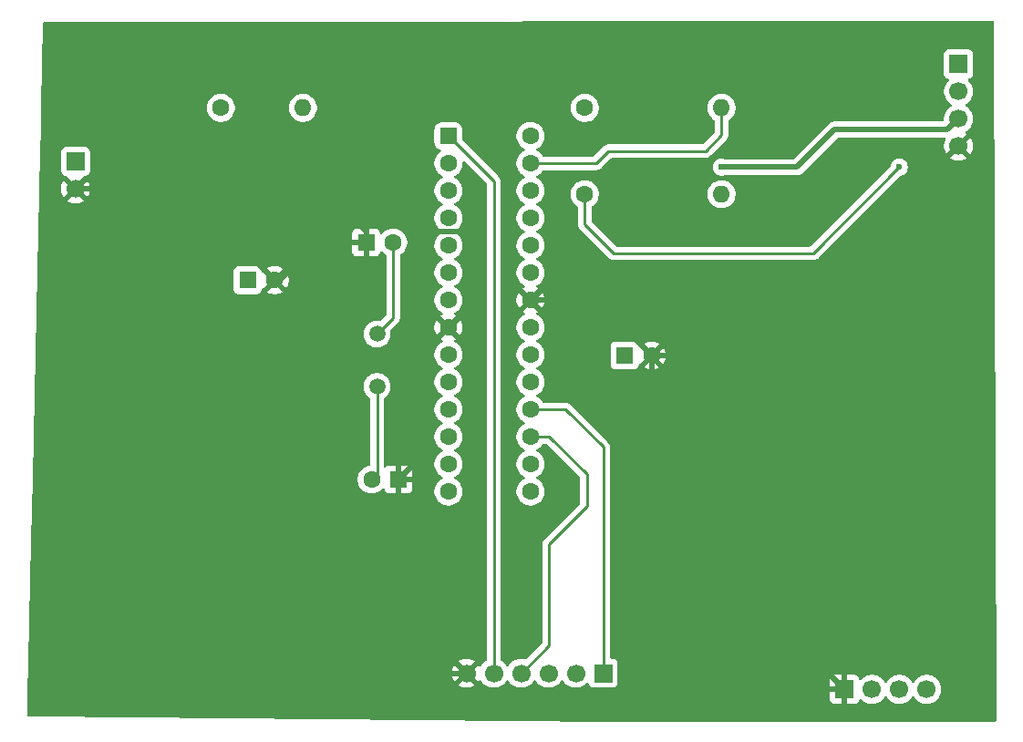
<source format=gbr>
%TF.GenerationSoftware,KiCad,Pcbnew,9.0.1*%
%TF.CreationDate,2025-06-18T08:05:51+01:00*%
%TF.ProjectId,station_pcb,73746174-696f-46e5-9f70-63622e6b6963,rev?*%
%TF.SameCoordinates,Original*%
%TF.FileFunction,Copper,L2,Bot*%
%TF.FilePolarity,Positive*%
%FSLAX46Y46*%
G04 Gerber Fmt 4.6, Leading zero omitted, Abs format (unit mm)*
G04 Created by KiCad (PCBNEW 9.0.1) date 2025-06-18 08:05:51*
%MOMM*%
%LPD*%
G01*
G04 APERTURE LIST*
G04 Aperture macros list*
%AMRoundRect*
0 Rectangle with rounded corners*
0 $1 Rounding radius*
0 $2 $3 $4 $5 $6 $7 $8 $9 X,Y pos of 4 corners*
0 Add a 4 corners polygon primitive as box body*
4,1,4,$2,$3,$4,$5,$6,$7,$8,$9,$2,$3,0*
0 Add four circle primitives for the rounded corners*
1,1,$1+$1,$2,$3*
1,1,$1+$1,$4,$5*
1,1,$1+$1,$6,$7*
1,1,$1+$1,$8,$9*
0 Add four rect primitives between the rounded corners*
20,1,$1+$1,$2,$3,$4,$5,0*
20,1,$1+$1,$4,$5,$6,$7,0*
20,1,$1+$1,$6,$7,$8,$9,0*
20,1,$1+$1,$8,$9,$2,$3,0*%
G04 Aperture macros list end*
%TA.AperFunction,ComponentPad*%
%ADD10O,1.600000X1.600000*%
%TD*%
%TA.AperFunction,ComponentPad*%
%ADD11C,1.600000*%
%TD*%
%TA.AperFunction,ComponentPad*%
%ADD12C,1.700000*%
%TD*%
%TA.AperFunction,ComponentPad*%
%ADD13R,1.700000X1.700000*%
%TD*%
%TA.AperFunction,ComponentPad*%
%ADD14R,1.600000X1.600000*%
%TD*%
%TA.AperFunction,ComponentPad*%
%ADD15C,1.500000*%
%TD*%
%TA.AperFunction,ComponentPad*%
%ADD16RoundRect,0.250000X-0.550000X-0.550000X0.550000X-0.550000X0.550000X0.550000X-0.550000X0.550000X0*%
%TD*%
%TA.AperFunction,ViaPad*%
%ADD17C,0.600000*%
%TD*%
%TA.AperFunction,Conductor*%
%ADD18C,0.500000*%
%TD*%
%TA.AperFunction,Conductor*%
%ADD19C,0.250000*%
%TD*%
G04 APERTURE END LIST*
D10*
%TO.P,R2,2*%
%TO.N,/SDA*%
X165769182Y-55000000D03*
D11*
%TO.P,R2,1*%
%TO.N,/5V*%
X153069182Y-55000000D03*
%TD*%
D12*
%TO.P,J4,6,Pin_6*%
%TO.N,/GND*%
X142069182Y-107500000D03*
%TO.P,J4,5,Pin_5*%
%TO.N,/5 RST*%
X144609182Y-107500000D03*
%TO.P,J4,4,Pin_4*%
%TO.N,/4 MOSI*%
X147149182Y-107500000D03*
%TO.P,J4,3,Pin_3*%
%TO.N,/3 SCK*%
X149689182Y-107500000D03*
%TO.P,J4,2,Pin_2*%
%TO.N,/5V*%
X152229182Y-107500000D03*
D13*
%TO.P,J4,1,Pin_1*%
%TO.N,/1 MISO*%
X154769182Y-107500000D03*
%TD*%
D11*
%TO.P,C1,2*%
%TO.N,Net-(U1-XTAL1{slash}PB6)*%
X135269182Y-67500000D03*
D14*
%TO.P,C1,1*%
%TO.N,/GND*%
X132769182Y-67500000D03*
%TD*%
D15*
%TO.P,Y1,2,2*%
%TO.N,Net-(U1-XTAL1{slash}PB6)*%
X133769182Y-76000000D03*
%TO.P,Y1,1,1*%
%TO.N,Net-(U1-XTAL2{slash}PB7)*%
X133769182Y-80880000D03*
%TD*%
D11*
%TO.P,C3,2*%
%TO.N,/GND*%
X159269182Y-78000000D03*
D14*
%TO.P,C3,1*%
%TO.N,Net-(U1-AVCC)*%
X156769182Y-78000000D03*
%TD*%
D16*
%TO.P,U1,1,~{RESET}/PC6*%
%TO.N,/5 RST*%
X140399182Y-57600000D03*
D11*
%TO.P,U1,2,PD0*%
%TO.N,unconnected-(U1-PD0-Pad2)*%
X140399182Y-60140000D03*
%TO.P,U1,3,PD1*%
%TO.N,unconnected-(U1-PD1-Pad3)*%
X140399182Y-62680000D03*
%TO.P,U1,4,PD2*%
%TO.N,unconnected-(U1-PD2-Pad4)*%
X140399182Y-65220000D03*
%TO.P,U1,5,PD3*%
%TO.N,unconnected-(U1-PD3-Pad5)*%
X140399182Y-67760000D03*
%TO.P,U1,6,PD4*%
%TO.N,unconnected-(U1-PD4-Pad6)*%
X140399182Y-70300000D03*
%TO.P,U1,7,VCC*%
%TO.N,/5V*%
X140399182Y-72840000D03*
%TO.P,U1,8,GND*%
%TO.N,/GND*%
X140399182Y-75380000D03*
%TO.P,U1,9,XTAL1/PB6*%
%TO.N,Net-(U1-XTAL1{slash}PB6)*%
X140399182Y-77920000D03*
%TO.P,U1,10,XTAL2/PB7*%
%TO.N,Net-(U1-XTAL2{slash}PB7)*%
X140399182Y-80460000D03*
%TO.P,U1,11,PD5*%
%TO.N,unconnected-(U1-PD5-Pad11)*%
X140399182Y-83000000D03*
%TO.P,U1,12,PD6*%
%TO.N,unconnected-(U1-PD6-Pad12)*%
X140399182Y-85540000D03*
%TO.P,U1,13,PD7*%
%TO.N,unconnected-(U1-PD7-Pad13)*%
X140399182Y-88080000D03*
%TO.P,U1,14,PB0*%
%TO.N,unconnected-(U1-PB0-Pad14)*%
X140399182Y-90620000D03*
%TO.P,U1,15,PB1*%
%TO.N,unconnected-(U1-PB1-Pad15)*%
X148019182Y-90620000D03*
%TO.P,U1,16,PB2*%
%TO.N,unconnected-(U1-PB2-Pad16)*%
X148019182Y-88080000D03*
%TO.P,U1,17,PB3*%
%TO.N,/4 MOSI*%
X148019182Y-85540000D03*
%TO.P,U1,18,PB4*%
%TO.N,/1 MISO*%
X148019182Y-83000000D03*
%TO.P,U1,19,PB5*%
%TO.N,/3 SCK*%
X148019182Y-80460000D03*
%TO.P,U1,20,AVCC*%
%TO.N,Net-(U1-AVCC)*%
X148019182Y-77920000D03*
%TO.P,U1,21,AREF*%
%TO.N,unconnected-(U1-AREF-Pad21)*%
X148019182Y-75380000D03*
%TO.P,U1,22,GND*%
%TO.N,/GND*%
X148019182Y-72840000D03*
%TO.P,U1,23,PC0*%
%TO.N,unconnected-(U1-PC0-Pad23)*%
X148019182Y-70300000D03*
%TO.P,U1,24,PC1*%
%TO.N,unconnected-(U1-PC1-Pad24)*%
X148019182Y-67760000D03*
%TO.P,U1,25,PC2*%
%TO.N,unconnected-(U1-PC2-Pad25)*%
X148019182Y-65220000D03*
%TO.P,U1,26,PC3*%
%TO.N,unconnected-(U1-PC3-Pad26)*%
X148019182Y-62680000D03*
%TO.P,U1,27,PC4*%
%TO.N,/SDA*%
X148019182Y-60140000D03*
%TO.P,U1,28,PC5*%
%TO.N,/SCL*%
X148019182Y-57600000D03*
%TD*%
%TO.P,R3,1*%
%TO.N,/SCL*%
X153069182Y-63000000D03*
D10*
%TO.P,R3,2*%
%TO.N,/5V*%
X165769182Y-63000000D03*
%TD*%
D11*
%TO.P,R1,1*%
%TO.N,/5V*%
X119269182Y-55000000D03*
D10*
%TO.P,R1,2*%
%TO.N,/5 RST*%
X126889182Y-55000000D03*
%TD*%
D13*
%TO.P,J3,1,Pin_1*%
%TO.N,/GND*%
X177189182Y-109000000D03*
D12*
%TO.P,J3,2,Pin_2*%
%TO.N,/5V*%
X179729182Y-109000000D03*
%TO.P,J3,3,Pin_3*%
%TO.N,/SDA*%
X182269182Y-109000000D03*
%TO.P,J3,4,Pin_4*%
%TO.N,/SCL*%
X184809182Y-109000000D03*
%TD*%
D13*
%TO.P,J2,1,Pin_1*%
%TO.N,/SDA*%
X187769182Y-50920000D03*
D12*
%TO.P,J2,2,Pin_2*%
%TO.N,/SCL*%
X187769182Y-53460000D03*
%TO.P,J2,3,Pin_3*%
%TO.N,/5V*%
X187769182Y-56000000D03*
%TO.P,J2,4,Pin_4*%
%TO.N,/GND*%
X187769182Y-58540000D03*
%TD*%
D13*
%TO.P,J1,1,Pin_1*%
%TO.N,/5V*%
X105769182Y-59960000D03*
D12*
%TO.P,J1,2,Pin_2*%
%TO.N,/GND*%
X105769182Y-62500000D03*
%TD*%
D14*
%TO.P,C4,1*%
%TO.N,/5V*%
X121769182Y-71000000D03*
D11*
%TO.P,C4,2*%
%TO.N,/GND*%
X124269182Y-71000000D03*
%TD*%
D14*
%TO.P,C2,1*%
%TO.N,/GND*%
X135769182Y-89500000D03*
D11*
%TO.P,C2,2*%
%TO.N,Net-(U1-XTAL2{slash}PB7)*%
X133269182Y-89500000D03*
%TD*%
D17*
%TO.N,/GND*%
X143269182Y-72500000D03*
%TO.N,/SCL*%
X182269182Y-60500000D03*
%TO.N,/5V*%
X165769182Y-60500000D03*
%TD*%
D18*
%TO.N,/GND*%
X143269182Y-72500000D02*
X143269182Y-66500000D01*
D19*
%TO.N,/4 MOSI*%
X147149182Y-107500000D02*
X149769182Y-104880000D01*
X149769182Y-104880000D02*
X149769182Y-95500000D01*
X149769182Y-95500000D02*
X153269182Y-92000000D01*
X153269182Y-92000000D02*
X153269182Y-89000000D01*
X153269182Y-89000000D02*
X149769182Y-85500000D01*
X149769182Y-85500000D02*
X149729182Y-85540000D01*
X149729182Y-85540000D02*
X148019182Y-85540000D01*
%TO.N,/SCL*%
X174269182Y-68500000D02*
X182269182Y-60500000D01*
X167769182Y-68500000D02*
X174269182Y-68500000D01*
X153069182Y-65800000D02*
X155769182Y-68500000D01*
X153069182Y-63000000D02*
X153069182Y-65800000D01*
X155769182Y-68500000D02*
X167769182Y-68500000D01*
D18*
%TO.N,/5V*%
X176269182Y-57000000D02*
X186769182Y-57000000D01*
X186769182Y-57000000D02*
X187769182Y-56000000D01*
X172769182Y-60500000D02*
X176269182Y-57000000D01*
X165769182Y-60500000D02*
X172769182Y-60500000D01*
D19*
%TO.N,/SDA*%
X164269182Y-59000000D02*
X165769182Y-57500000D01*
X155269182Y-59000000D02*
X164269182Y-59000000D01*
X148019182Y-60140000D02*
X154129182Y-60140000D01*
X154129182Y-60140000D02*
X155269182Y-59000000D01*
X165769182Y-57500000D02*
X165769182Y-55000000D01*
%TO.N,/5 RST*%
X144609182Y-107500000D02*
X144609182Y-61810000D01*
X144609182Y-61810000D02*
X140399182Y-57600000D01*
%TO.N,/1 MISO*%
X154769182Y-107500000D02*
X154769182Y-86500000D01*
X154769182Y-86500000D02*
X151269182Y-83000000D01*
X151269182Y-83000000D02*
X148019182Y-83000000D01*
D18*
%TO.N,/GND*%
X135769182Y-89500000D02*
X135769182Y-105620000D01*
X135769182Y-105620000D02*
X137649182Y-107500000D01*
X137649182Y-107500000D02*
X142069182Y-107500000D01*
X140399182Y-75380000D02*
X143269182Y-72510000D01*
X143269182Y-72510000D02*
X143269182Y-72500000D01*
X130269182Y-64000000D02*
X132769182Y-66500000D01*
X143269182Y-66500000D02*
X138500000Y-66500000D01*
X138500000Y-66500000D02*
X136269182Y-64269182D01*
X136269182Y-64269182D02*
X136269182Y-62500000D01*
X132769182Y-66500000D02*
X132769182Y-67500000D01*
X136269182Y-62500000D02*
X131769182Y-62500000D01*
X131769182Y-62500000D02*
X130269182Y-64000000D01*
X135769182Y-89500000D02*
X138269182Y-87000000D01*
X138269182Y-87000000D02*
X138269182Y-77510000D01*
X138269182Y-77510000D02*
X140399182Y-75380000D01*
D19*
%TO.N,Net-(U1-XTAL2{slash}PB7)*%
X133769182Y-80880000D02*
X133769182Y-89000000D01*
X133769182Y-89000000D02*
X133269182Y-89500000D01*
%TO.N,Net-(U1-XTAL1{slash}PB6)*%
X135269182Y-67500000D02*
X135269182Y-74500000D01*
X135269182Y-74500000D02*
X133769182Y-76000000D01*
D18*
%TO.N,/GND*%
X124269182Y-71000000D02*
X124769182Y-71000000D01*
X124769182Y-71000000D02*
X128269182Y-67500000D01*
X128269182Y-67500000D02*
X132769182Y-67500000D01*
X105769182Y-62500000D02*
X115769182Y-62500000D01*
X115769182Y-62500000D02*
X124269182Y-71000000D01*
X159269182Y-78000000D02*
X168309182Y-78000000D01*
X168309182Y-78000000D02*
X187769182Y-58540000D01*
X159269182Y-78000000D02*
X159269182Y-91080000D01*
X159269182Y-91080000D02*
X177189182Y-109000000D01*
X148019182Y-72840000D02*
X154109182Y-72840000D01*
X154109182Y-72840000D02*
X159269182Y-78000000D01*
%TD*%
%TA.AperFunction,Conductor*%
%TO.N,/GND*%
G36*
X190971569Y-46906086D02*
G01*
X191017392Y-46958831D01*
X191028663Y-47010029D01*
X191268681Y-111864624D01*
X191268682Y-111865083D01*
X191268682Y-111875500D01*
X191248997Y-111942539D01*
X191196193Y-111988294D01*
X191144682Y-111999500D01*
X155216716Y-111999500D01*
X155215546Y-111999494D01*
X102269233Y-111500000D01*
X102269182Y-111500000D01*
X101396099Y-111500000D01*
X101329060Y-111480315D01*
X101283305Y-111427511D01*
X101272133Y-111373117D01*
X101319967Y-109316239D01*
X101333110Y-108751095D01*
X101337435Y-108565128D01*
X101364857Y-107385998D01*
X101387110Y-106429104D01*
X101648165Y-95203719D01*
X101783190Y-89397648D01*
X131968682Y-89397648D01*
X131968682Y-89602351D01*
X132000704Y-89804534D01*
X132063963Y-89999223D01*
X132156897Y-90181613D01*
X132277210Y-90347213D01*
X132421968Y-90491971D01*
X132576931Y-90604556D01*
X132587572Y-90612287D01*
X132675699Y-90657190D01*
X132769958Y-90705218D01*
X132769960Y-90705218D01*
X132769963Y-90705220D01*
X132822687Y-90722351D01*
X132964647Y-90768477D01*
X133065739Y-90784488D01*
X133166830Y-90800500D01*
X133166831Y-90800500D01*
X133371533Y-90800500D01*
X133371534Y-90800500D01*
X133573716Y-90768477D01*
X133768401Y-90705220D01*
X133950792Y-90612287D01*
X134047416Y-90542086D01*
X134116395Y-90491971D01*
X134116397Y-90491968D01*
X134116401Y-90491966D01*
X134261148Y-90347219D01*
X134261148Y-90347218D01*
X134264593Y-90343774D01*
X134265925Y-90345106D01*
X134317692Y-90311288D01*
X134387560Y-90310766D01*
X134446619Y-90348100D01*
X134474191Y-90401484D01*
X134475582Y-90407372D01*
X134525827Y-90542086D01*
X134525831Y-90542093D01*
X134611991Y-90657187D01*
X134611994Y-90657190D01*
X134727088Y-90743350D01*
X134727095Y-90743354D01*
X134861802Y-90793596D01*
X134861809Y-90793598D01*
X134921337Y-90799999D01*
X134921354Y-90800000D01*
X135519182Y-90800000D01*
X135519182Y-89815686D01*
X135523576Y-89820080D01*
X135614788Y-89872741D01*
X135716521Y-89900000D01*
X135821843Y-89900000D01*
X135923576Y-89872741D01*
X136014788Y-89820080D01*
X136019182Y-89815686D01*
X136019182Y-90800000D01*
X136617010Y-90800000D01*
X136617026Y-90799999D01*
X136676554Y-90793598D01*
X136676561Y-90793596D01*
X136811268Y-90743354D01*
X136811275Y-90743350D01*
X136926369Y-90657190D01*
X136926372Y-90657187D01*
X137012532Y-90542093D01*
X137012536Y-90542086D01*
X137062778Y-90407379D01*
X137062780Y-90407372D01*
X137069181Y-90347844D01*
X137069182Y-90347827D01*
X137069182Y-89750000D01*
X136084868Y-89750000D01*
X136089262Y-89745606D01*
X136141923Y-89654394D01*
X136169182Y-89552661D01*
X136169182Y-89447339D01*
X136141923Y-89345606D01*
X136089262Y-89254394D01*
X136084868Y-89250000D01*
X137069182Y-89250000D01*
X137069182Y-88652172D01*
X137069181Y-88652155D01*
X137062780Y-88592627D01*
X137062778Y-88592620D01*
X137012536Y-88457913D01*
X137012532Y-88457906D01*
X136926372Y-88342812D01*
X136926369Y-88342809D01*
X136811275Y-88256649D01*
X136811268Y-88256645D01*
X136676561Y-88206403D01*
X136676554Y-88206401D01*
X136617026Y-88200000D01*
X136019182Y-88200000D01*
X136019182Y-89184314D01*
X136014788Y-89179920D01*
X135923576Y-89127259D01*
X135821843Y-89100000D01*
X135716521Y-89100000D01*
X135614788Y-89127259D01*
X135523576Y-89179920D01*
X135519182Y-89184314D01*
X135519182Y-88200000D01*
X134921337Y-88200000D01*
X134861809Y-88206401D01*
X134861802Y-88206403D01*
X134727095Y-88256645D01*
X134727088Y-88256649D01*
X134611994Y-88342809D01*
X134606363Y-88348441D01*
X134545040Y-88381926D01*
X134475348Y-88376942D01*
X134419415Y-88335070D01*
X134394998Y-88269606D01*
X134394682Y-88260760D01*
X134394682Y-82034432D01*
X134414367Y-81967393D01*
X134445793Y-81934116D01*
X134583828Y-81833828D01*
X134723010Y-81694646D01*
X134838706Y-81535405D01*
X134928066Y-81360025D01*
X134988891Y-81172826D01*
X134993835Y-81141610D01*
X135019682Y-80978422D01*
X135019682Y-80781577D01*
X134988891Y-80587173D01*
X134928064Y-80399970D01*
X134838705Y-80224594D01*
X134723010Y-80065354D01*
X134583828Y-79926172D01*
X134424587Y-79810476D01*
X134249211Y-79721117D01*
X134062008Y-79660290D01*
X133867604Y-79629500D01*
X133867599Y-79629500D01*
X133670765Y-79629500D01*
X133670760Y-79629500D01*
X133476355Y-79660290D01*
X133289152Y-79721117D01*
X133113776Y-79810476D01*
X133022923Y-79876485D01*
X132954536Y-79926172D01*
X132954534Y-79926174D01*
X132954533Y-79926174D01*
X132815356Y-80065351D01*
X132815356Y-80065352D01*
X132815354Y-80065354D01*
X132765667Y-80133741D01*
X132699658Y-80224594D01*
X132610299Y-80399970D01*
X132549472Y-80587173D01*
X132518682Y-80781577D01*
X132518682Y-80978422D01*
X132549472Y-81172826D01*
X132610299Y-81360029D01*
X132699658Y-81535405D01*
X132815354Y-81694646D01*
X132954536Y-81833828D01*
X133092569Y-81934115D01*
X133135233Y-81989444D01*
X133143682Y-82034432D01*
X133143682Y-88097260D01*
X133123997Y-88164299D01*
X133071193Y-88210054D01*
X133039081Y-88219733D01*
X132964650Y-88231522D01*
X132769960Y-88294781D01*
X132587568Y-88387715D01*
X132421968Y-88508028D01*
X132277210Y-88652786D01*
X132156897Y-88818386D01*
X132063963Y-89000776D01*
X132000704Y-89195465D01*
X131968682Y-89397648D01*
X101783190Y-89397648D01*
X102230760Y-70152135D01*
X120468682Y-70152135D01*
X120468682Y-71847870D01*
X120468683Y-71847876D01*
X120475090Y-71907483D01*
X120525384Y-72042328D01*
X120525388Y-72042335D01*
X120611634Y-72157544D01*
X120611637Y-72157547D01*
X120726846Y-72243793D01*
X120726853Y-72243797D01*
X120861699Y-72294091D01*
X120861698Y-72294091D01*
X120868626Y-72294835D01*
X120921309Y-72300500D01*
X122617054Y-72300499D01*
X122676665Y-72294091D01*
X122811513Y-72243796D01*
X122926728Y-72157546D01*
X123012978Y-72042331D01*
X123063273Y-71907483D01*
X123069682Y-71847873D01*
X123069681Y-71835612D01*
X123073257Y-71821052D01*
X123083524Y-71803380D01*
X123089249Y-71783760D01*
X123100721Y-71773783D01*
X123108359Y-71760640D01*
X123126549Y-71751325D01*
X123141974Y-71737913D01*
X123158462Y-71734984D01*
X123170549Y-71728795D01*
X123185200Y-71730234D01*
X123185436Y-71730192D01*
X123869182Y-71046446D01*
X123869182Y-71052661D01*
X123896441Y-71154394D01*
X123949102Y-71245606D01*
X124023576Y-71320080D01*
X124114788Y-71372741D01*
X124216521Y-71400000D01*
X124222735Y-71400000D01*
X123543258Y-72079474D01*
X123587832Y-72111859D01*
X123770150Y-72204755D01*
X123964764Y-72267990D01*
X124166865Y-72300000D01*
X124371499Y-72300000D01*
X124573599Y-72267990D01*
X124768213Y-72204755D01*
X124950531Y-72111859D01*
X124995103Y-72079474D01*
X124315629Y-71400000D01*
X124321843Y-71400000D01*
X124423576Y-71372741D01*
X124514788Y-71320080D01*
X124589262Y-71245606D01*
X124641923Y-71154394D01*
X124669182Y-71052661D01*
X124669182Y-71046448D01*
X125348656Y-71725922D01*
X125348656Y-71725921D01*
X125381041Y-71681349D01*
X125473937Y-71499031D01*
X125537172Y-71304417D01*
X125569182Y-71102317D01*
X125569182Y-70897682D01*
X125537172Y-70695582D01*
X125473937Y-70500968D01*
X125381041Y-70318650D01*
X125348656Y-70274077D01*
X125348656Y-70274076D01*
X124669182Y-70953551D01*
X124669182Y-70947339D01*
X124641923Y-70845606D01*
X124589262Y-70754394D01*
X124514788Y-70679920D01*
X124423576Y-70627259D01*
X124321843Y-70600000D01*
X124315628Y-70600000D01*
X124995104Y-69920524D01*
X124995103Y-69920523D01*
X124950541Y-69888147D01*
X124950532Y-69888141D01*
X124768213Y-69795244D01*
X124573599Y-69732009D01*
X124371499Y-69700000D01*
X124166865Y-69700000D01*
X123964764Y-69732009D01*
X123770150Y-69795244D01*
X123587826Y-69888143D01*
X123543259Y-69920523D01*
X123543259Y-69920524D01*
X124222736Y-70600000D01*
X124216521Y-70600000D01*
X124114788Y-70627259D01*
X124023576Y-70679920D01*
X123949102Y-70754394D01*
X123896441Y-70845606D01*
X123869182Y-70947339D01*
X123869182Y-70953553D01*
X123184695Y-70269066D01*
X123135031Y-70258633D01*
X123085275Y-70209581D01*
X123073258Y-70178947D01*
X123069681Y-70164378D01*
X123069681Y-70152128D01*
X123063273Y-70092517D01*
X123030394Y-70004365D01*
X123030393Y-70004359D01*
X123012979Y-69957671D01*
X123012975Y-69957664D01*
X122926729Y-69842455D01*
X122926726Y-69842452D01*
X122811517Y-69756206D01*
X122811510Y-69756202D01*
X122676664Y-69705908D01*
X122676665Y-69705908D01*
X122617065Y-69699501D01*
X122617063Y-69699500D01*
X122617055Y-69699500D01*
X122617046Y-69699500D01*
X120921311Y-69699500D01*
X120921305Y-69699501D01*
X120861698Y-69705908D01*
X120726853Y-69756202D01*
X120726846Y-69756206D01*
X120611637Y-69842452D01*
X120611634Y-69842455D01*
X120525388Y-69957664D01*
X120525384Y-69957671D01*
X120475090Y-70092517D01*
X120468683Y-70152116D01*
X120468682Y-70152135D01*
X102230760Y-70152135D01*
X102312155Y-66652155D01*
X131469182Y-66652155D01*
X131469182Y-67250000D01*
X132453496Y-67250000D01*
X132449102Y-67254394D01*
X132396441Y-67345606D01*
X132369182Y-67447339D01*
X132369182Y-67552661D01*
X132396441Y-67654394D01*
X132449102Y-67745606D01*
X132453496Y-67750000D01*
X131469182Y-67750000D01*
X131469182Y-68347844D01*
X131475583Y-68407372D01*
X131475585Y-68407379D01*
X131525827Y-68542086D01*
X131525831Y-68542093D01*
X131611991Y-68657187D01*
X131611994Y-68657190D01*
X131727088Y-68743350D01*
X131727095Y-68743354D01*
X131861802Y-68793596D01*
X131861809Y-68793598D01*
X131921337Y-68799999D01*
X131921354Y-68800000D01*
X132519182Y-68800000D01*
X132519182Y-67815686D01*
X132523576Y-67820080D01*
X132614788Y-67872741D01*
X132716521Y-67900000D01*
X132821843Y-67900000D01*
X132923576Y-67872741D01*
X133014788Y-67820080D01*
X133019182Y-67815686D01*
X133019182Y-68800000D01*
X133617010Y-68800000D01*
X133617026Y-68799999D01*
X133676554Y-68793598D01*
X133676561Y-68793596D01*
X133811268Y-68743354D01*
X133811275Y-68743350D01*
X133926369Y-68657190D01*
X133926372Y-68657187D01*
X134012532Y-68542093D01*
X134012536Y-68542086D01*
X134062780Y-68407375D01*
X134064170Y-68401493D01*
X134098740Y-68340775D01*
X134160649Y-68308385D01*
X134230241Y-68314608D01*
X134272681Y-68344863D01*
X134273771Y-68343774D01*
X134277216Y-68347219D01*
X134421963Y-68491966D01*
X134587572Y-68612287D01*
X134587576Y-68612289D01*
X134591514Y-68615150D01*
X134590293Y-68616829D01*
X134631337Y-68662177D01*
X134643682Y-68716114D01*
X134643682Y-74189546D01*
X134623997Y-74256585D01*
X134607363Y-74277227D01*
X134143192Y-74741397D01*
X134081869Y-74774882D01*
X134036113Y-74776189D01*
X133867604Y-74749500D01*
X133867599Y-74749500D01*
X133670765Y-74749500D01*
X133670760Y-74749500D01*
X133476355Y-74780290D01*
X133289152Y-74841117D01*
X133113776Y-74930476D01*
X133045613Y-74980000D01*
X132954536Y-75046172D01*
X132954534Y-75046174D01*
X132954533Y-75046174D01*
X132815356Y-75185351D01*
X132815356Y-75185352D01*
X132815354Y-75185354D01*
X132786109Y-75225606D01*
X132699658Y-75344594D01*
X132610299Y-75519970D01*
X132549472Y-75707173D01*
X132518682Y-75901577D01*
X132518682Y-76098422D01*
X132549472Y-76292826D01*
X132610299Y-76480029D01*
X132694054Y-76644407D01*
X132699658Y-76655405D01*
X132815354Y-76814646D01*
X132954536Y-76953828D01*
X133113777Y-77069524D01*
X133158904Y-77092517D01*
X133289152Y-77158882D01*
X133289154Y-77158882D01*
X133289157Y-77158884D01*
X133389499Y-77191487D01*
X133476355Y-77219709D01*
X133670760Y-77250500D01*
X133670765Y-77250500D01*
X133867604Y-77250500D01*
X134062008Y-77219709D01*
X134249207Y-77158884D01*
X134424587Y-77069524D01*
X134583828Y-76953828D01*
X134723010Y-76814646D01*
X134838706Y-76655405D01*
X134928066Y-76480025D01*
X134988891Y-76292826D01*
X134999283Y-76227213D01*
X135019682Y-76098422D01*
X135019682Y-75901577D01*
X134992992Y-75733066D01*
X135001946Y-75663773D01*
X135027781Y-75625990D01*
X135755039Y-74898734D01*
X135793539Y-74841116D01*
X135823493Y-74796286D01*
X135870645Y-74682452D01*
X135894682Y-74561606D01*
X135894682Y-68716114D01*
X135914367Y-68649075D01*
X135947757Y-68616398D01*
X135946850Y-68615150D01*
X135950787Y-68612289D01*
X135950792Y-68612287D01*
X136116401Y-68491966D01*
X136261148Y-68347219D01*
X136261150Y-68347215D01*
X136261153Y-68347213D01*
X136325083Y-68259219D01*
X136381469Y-68181610D01*
X136474402Y-67999219D01*
X136537659Y-67804534D01*
X136569682Y-67602352D01*
X136569682Y-67397648D01*
X136548003Y-67260776D01*
X136537659Y-67195465D01*
X136474400Y-67000776D01*
X136429564Y-66912781D01*
X136381469Y-66818390D01*
X136344884Y-66768034D01*
X136261153Y-66652786D01*
X136116395Y-66508028D01*
X135950795Y-66387715D01*
X135950794Y-66387714D01*
X135950792Y-66387713D01*
X135862669Y-66342812D01*
X135768405Y-66294781D01*
X135573716Y-66231522D01*
X135399177Y-66203878D01*
X135371534Y-66199500D01*
X135166830Y-66199500D01*
X135142511Y-66203351D01*
X134964647Y-66231522D01*
X134769958Y-66294781D01*
X134587568Y-66387715D01*
X134421968Y-66508028D01*
X134421964Y-66508032D01*
X134273771Y-66656226D01*
X134272452Y-66654907D01*
X134220583Y-66688737D01*
X134150715Y-66689208D01*
X134091684Y-66651830D01*
X134064170Y-66598508D01*
X134062779Y-66592621D01*
X134012536Y-66457913D01*
X134012532Y-66457906D01*
X133926372Y-66342812D01*
X133926369Y-66342809D01*
X133811275Y-66256649D01*
X133811268Y-66256645D01*
X133676561Y-66206403D01*
X133676554Y-66206401D01*
X133617026Y-66200000D01*
X133019182Y-66200000D01*
X133019182Y-67184314D01*
X133014788Y-67179920D01*
X132923576Y-67127259D01*
X132821843Y-67100000D01*
X132716521Y-67100000D01*
X132614788Y-67127259D01*
X132523576Y-67179920D01*
X132519182Y-67184314D01*
X132519182Y-66200000D01*
X131921337Y-66200000D01*
X131861809Y-66206401D01*
X131861802Y-66206403D01*
X131727095Y-66256645D01*
X131727088Y-66256649D01*
X131611994Y-66342809D01*
X131611991Y-66342812D01*
X131525831Y-66457906D01*
X131525827Y-66457913D01*
X131475585Y-66592620D01*
X131475583Y-66592627D01*
X131469182Y-66652155D01*
X102312155Y-66652155D01*
X102488667Y-59062135D01*
X104418682Y-59062135D01*
X104418682Y-60857870D01*
X104418683Y-60857876D01*
X104425090Y-60917483D01*
X104475384Y-61052328D01*
X104475388Y-61052335D01*
X104561634Y-61167544D01*
X104561637Y-61167547D01*
X104676846Y-61253793D01*
X104676853Y-61253797D01*
X104719586Y-61269735D01*
X104811699Y-61304091D01*
X104871309Y-61310500D01*
X104881867Y-61310499D01*
X104948905Y-61330179D01*
X104969554Y-61346818D01*
X105639773Y-62017037D01*
X105576189Y-62034075D01*
X105462175Y-62099901D01*
X105369083Y-62192993D01*
X105303257Y-62307007D01*
X105286219Y-62370591D01*
X104653910Y-61738282D01*
X104653909Y-61738282D01*
X104614562Y-61792439D01*
X104518086Y-61981782D01*
X104452424Y-62183869D01*
X104452424Y-62183872D01*
X104419182Y-62393753D01*
X104419182Y-62606246D01*
X104452424Y-62816127D01*
X104452424Y-62816130D01*
X104518086Y-63018217D01*
X104614557Y-63207550D01*
X104653910Y-63261716D01*
X105286219Y-62629408D01*
X105303257Y-62692993D01*
X105369083Y-62807007D01*
X105462175Y-62900099D01*
X105576189Y-62965925D01*
X105639772Y-62982962D01*
X105007464Y-63615269D01*
X105007464Y-63615270D01*
X105061631Y-63654624D01*
X105250964Y-63751095D01*
X105453052Y-63816757D01*
X105662936Y-63850000D01*
X105875428Y-63850000D01*
X106085309Y-63816757D01*
X106085312Y-63816757D01*
X106287399Y-63751095D01*
X106476736Y-63654622D01*
X106530898Y-63615270D01*
X106530899Y-63615270D01*
X105898590Y-62982962D01*
X105962175Y-62965925D01*
X106076189Y-62900099D01*
X106169281Y-62807007D01*
X106235107Y-62692993D01*
X106252144Y-62629408D01*
X106884452Y-63261717D01*
X106884452Y-63261716D01*
X106923804Y-63207554D01*
X107020277Y-63018217D01*
X107085939Y-62816130D01*
X107085939Y-62816127D01*
X107119182Y-62606246D01*
X107119182Y-62393753D01*
X107085939Y-62183872D01*
X107085939Y-62183869D01*
X107020277Y-61981782D01*
X106923806Y-61792449D01*
X106884452Y-61738282D01*
X106884451Y-61738282D01*
X106252144Y-62370590D01*
X106235107Y-62307007D01*
X106169281Y-62192993D01*
X106076189Y-62099901D01*
X105962175Y-62034075D01*
X105898591Y-62017037D01*
X106568809Y-61346818D01*
X106630132Y-61313333D01*
X106656489Y-61310499D01*
X106667054Y-61310499D01*
X106726665Y-61304091D01*
X106861513Y-61253796D01*
X106976728Y-61167546D01*
X107062978Y-61052331D01*
X107113273Y-60917483D01*
X107119682Y-60857873D01*
X107119681Y-59062128D01*
X107113273Y-59002517D01*
X107087162Y-58932511D01*
X107062979Y-58867671D01*
X107062975Y-58867664D01*
X106976729Y-58752455D01*
X106976726Y-58752452D01*
X106861517Y-58666206D01*
X106861510Y-58666202D01*
X106726664Y-58615908D01*
X106726665Y-58615908D01*
X106667065Y-58609501D01*
X106667063Y-58609500D01*
X106667055Y-58609500D01*
X106667046Y-58609500D01*
X104871311Y-58609500D01*
X104871305Y-58609501D01*
X104811698Y-58615908D01*
X104676853Y-58666202D01*
X104676846Y-58666206D01*
X104561637Y-58752452D01*
X104561634Y-58752455D01*
X104475388Y-58867664D01*
X104475384Y-58867671D01*
X104425090Y-59002517D01*
X104421061Y-59040000D01*
X104418683Y-59062123D01*
X104418682Y-59062135D01*
X102488667Y-59062135D01*
X102536624Y-56999983D01*
X139098682Y-56999983D01*
X139098682Y-58200001D01*
X139098683Y-58200018D01*
X139109182Y-58302796D01*
X139109183Y-58302799D01*
X139156532Y-58445687D01*
X139164368Y-58469334D01*
X139256470Y-58618656D01*
X139380526Y-58742712D01*
X139529848Y-58834814D01*
X139611752Y-58861954D01*
X139669197Y-58901727D01*
X139696020Y-58966243D01*
X139683705Y-59035018D01*
X139645633Y-59079978D01*
X139551969Y-59148028D01*
X139551964Y-59148032D01*
X139407210Y-59292786D01*
X139286897Y-59458386D01*
X139193963Y-59640776D01*
X139130704Y-59835465D01*
X139098682Y-60037648D01*
X139098682Y-60242351D01*
X139130704Y-60444534D01*
X139193963Y-60639223D01*
X139222033Y-60694312D01*
X139264588Y-60777831D01*
X139286897Y-60821613D01*
X139407210Y-60987213D01*
X139551968Y-61131971D01*
X139706931Y-61244556D01*
X139717572Y-61252287D01*
X139796118Y-61292308D01*
X139810262Y-61299515D01*
X139861058Y-61347490D01*
X139877853Y-61415311D01*
X139855316Y-61481446D01*
X139810262Y-61520485D01*
X139717568Y-61567715D01*
X139551968Y-61688028D01*
X139407210Y-61832786D01*
X139286897Y-61998386D01*
X139193963Y-62180776D01*
X139130704Y-62375465D01*
X139098682Y-62577648D01*
X139098682Y-62782351D01*
X139130704Y-62984534D01*
X139193963Y-63179223D01*
X139286897Y-63361613D01*
X139407210Y-63527213D01*
X139551968Y-63671971D01*
X139706931Y-63784556D01*
X139717572Y-63792287D01*
X139809022Y-63838883D01*
X139810262Y-63839515D01*
X139861058Y-63887490D01*
X139877853Y-63955311D01*
X139855316Y-64021446D01*
X139810262Y-64060485D01*
X139717568Y-64107715D01*
X139551968Y-64228028D01*
X139407210Y-64372786D01*
X139286897Y-64538386D01*
X139193963Y-64720776D01*
X139130704Y-64915465D01*
X139098682Y-65117648D01*
X139098682Y-65322351D01*
X139130704Y-65524534D01*
X139193963Y-65719223D01*
X139257873Y-65844653D01*
X139266514Y-65861611D01*
X139286897Y-65901613D01*
X139407210Y-66067213D01*
X139551968Y-66211971D01*
X139665949Y-66294781D01*
X139717572Y-66332287D01*
X139809022Y-66378883D01*
X139810262Y-66379515D01*
X139861058Y-66427490D01*
X139877853Y-66495311D01*
X139855316Y-66561446D01*
X139810262Y-66600485D01*
X139717568Y-66647715D01*
X139551968Y-66768028D01*
X139407210Y-66912786D01*
X139286897Y-67078386D01*
X139193963Y-67260776D01*
X139130704Y-67455465D01*
X139107440Y-67602351D01*
X139098682Y-67657648D01*
X139098682Y-67862352D01*
X139100606Y-67874500D01*
X139130704Y-68064534D01*
X139193963Y-68259223D01*
X139257873Y-68384653D01*
X139269453Y-68407379D01*
X139286897Y-68441613D01*
X139407210Y-68607213D01*
X139551968Y-68751971D01*
X139706931Y-68864556D01*
X139717572Y-68872287D01*
X139809022Y-68918883D01*
X139810262Y-68919515D01*
X139861058Y-68967490D01*
X139877853Y-69035311D01*
X139855316Y-69101446D01*
X139810262Y-69140485D01*
X139717568Y-69187715D01*
X139551968Y-69308028D01*
X139407210Y-69452786D01*
X139286897Y-69618386D01*
X139193963Y-69800776D01*
X139130704Y-69995465D01*
X139098682Y-70197648D01*
X139098682Y-70402351D01*
X139130704Y-70604534D01*
X139193963Y-70799223D01*
X139286897Y-70981613D01*
X139407210Y-71147213D01*
X139551968Y-71291971D01*
X139663141Y-71372741D01*
X139717572Y-71412287D01*
X139809022Y-71458883D01*
X139810262Y-71459515D01*
X139861058Y-71507490D01*
X139877853Y-71575311D01*
X139855316Y-71641446D01*
X139810262Y-71680485D01*
X139717568Y-71727715D01*
X139551968Y-71848028D01*
X139407210Y-71992786D01*
X139286897Y-72158386D01*
X139193963Y-72340776D01*
X139130704Y-72535465D01*
X139098682Y-72737648D01*
X139098682Y-72942351D01*
X139130704Y-73144534D01*
X139193963Y-73339223D01*
X139257873Y-73464653D01*
X139286767Y-73521359D01*
X139286897Y-73521613D01*
X139407210Y-73687213D01*
X139551968Y-73831971D01*
X139717567Y-73952284D01*
X139717569Y-73952285D01*
X139717572Y-73952287D01*
X139809711Y-73999234D01*
X139810812Y-73999795D01*
X139861608Y-74047770D01*
X139878403Y-74115591D01*
X139855866Y-74181725D01*
X139810812Y-74220765D01*
X139717826Y-74268143D01*
X139673259Y-74300523D01*
X139673259Y-74300524D01*
X140352736Y-74980000D01*
X140346521Y-74980000D01*
X140244788Y-75007259D01*
X140153576Y-75059920D01*
X140079102Y-75134394D01*
X140026441Y-75225606D01*
X139999182Y-75327339D01*
X139999182Y-75333553D01*
X139319706Y-74654077D01*
X139319705Y-74654077D01*
X139287325Y-74698644D01*
X139194426Y-74880968D01*
X139131191Y-75075582D01*
X139099182Y-75277682D01*
X139099182Y-75482317D01*
X139131191Y-75684417D01*
X139194426Y-75879031D01*
X139287323Y-76061350D01*
X139287329Y-76061359D01*
X139319705Y-76105921D01*
X139319706Y-76105922D01*
X139999182Y-75426446D01*
X139999182Y-75432661D01*
X140026441Y-75534394D01*
X140079102Y-75625606D01*
X140153576Y-75700080D01*
X140244788Y-75752741D01*
X140346521Y-75780000D01*
X140352735Y-75780000D01*
X139673258Y-76459474D01*
X139717834Y-76491861D01*
X139810810Y-76539234D01*
X139861607Y-76587208D01*
X139878402Y-76655029D01*
X139855865Y-76721164D01*
X139810812Y-76760203D01*
X139717570Y-76807713D01*
X139551968Y-76928028D01*
X139407210Y-77072786D01*
X139286897Y-77238386D01*
X139193963Y-77420776D01*
X139130704Y-77615465D01*
X139098682Y-77817648D01*
X139098682Y-78022351D01*
X139130704Y-78224534D01*
X139193963Y-78419223D01*
X139286897Y-78601613D01*
X139407210Y-78767213D01*
X139551968Y-78911971D01*
X139706931Y-79024556D01*
X139717572Y-79032287D01*
X139809022Y-79078883D01*
X139810262Y-79079515D01*
X139861058Y-79127490D01*
X139877853Y-79195311D01*
X139855316Y-79261446D01*
X139810262Y-79300485D01*
X139717568Y-79347715D01*
X139551968Y-79468028D01*
X139407210Y-79612786D01*
X139286897Y-79778386D01*
X139193963Y-79960776D01*
X139130704Y-80155465D01*
X139098682Y-80357648D01*
X139098682Y-80562351D01*
X139130704Y-80764534D01*
X139193963Y-80959223D01*
X139286897Y-81141613D01*
X139407210Y-81307213D01*
X139551968Y-81451971D01*
X139706931Y-81564556D01*
X139717572Y-81572287D01*
X139809022Y-81618883D01*
X139810262Y-81619515D01*
X139861058Y-81667490D01*
X139877853Y-81735311D01*
X139855316Y-81801446D01*
X139810262Y-81840485D01*
X139717568Y-81887715D01*
X139551968Y-82008028D01*
X139407210Y-82152786D01*
X139286897Y-82318386D01*
X139193963Y-82500776D01*
X139130704Y-82695465D01*
X139098682Y-82897648D01*
X139098682Y-83102351D01*
X139130704Y-83304534D01*
X139193963Y-83499223D01*
X139257873Y-83624653D01*
X139264588Y-83637831D01*
X139286897Y-83681613D01*
X139407210Y-83847213D01*
X139551968Y-83991971D01*
X139706931Y-84104556D01*
X139717572Y-84112287D01*
X139809022Y-84158883D01*
X139810262Y-84159515D01*
X139861058Y-84207490D01*
X139877853Y-84275311D01*
X139855316Y-84341446D01*
X139810262Y-84380485D01*
X139717568Y-84427715D01*
X139551968Y-84548028D01*
X139407210Y-84692786D01*
X139286897Y-84858386D01*
X139193963Y-85040776D01*
X139130704Y-85235465D01*
X139098682Y-85437648D01*
X139098682Y-85642351D01*
X139130704Y-85844534D01*
X139193963Y-86039223D01*
X139257873Y-86164653D01*
X139264588Y-86177831D01*
X139286897Y-86221613D01*
X139407210Y-86387213D01*
X139551968Y-86531971D01*
X139706931Y-86644556D01*
X139717572Y-86652287D01*
X139809022Y-86698883D01*
X139810262Y-86699515D01*
X139861058Y-86747490D01*
X139877853Y-86815311D01*
X139855316Y-86881446D01*
X139810262Y-86920485D01*
X139717568Y-86967715D01*
X139551968Y-87088028D01*
X139407210Y-87232786D01*
X139286897Y-87398386D01*
X139193963Y-87580776D01*
X139130704Y-87775465D01*
X139098682Y-87977648D01*
X139098682Y-88182351D01*
X139130704Y-88384534D01*
X139193963Y-88579223D01*
X139286897Y-88761613D01*
X139407210Y-88927213D01*
X139551968Y-89071971D01*
X139700550Y-89179920D01*
X139717572Y-89192287D01*
X139809022Y-89238883D01*
X139810262Y-89239515D01*
X139861058Y-89287490D01*
X139877853Y-89355311D01*
X139855316Y-89421446D01*
X139810262Y-89460485D01*
X139717568Y-89507715D01*
X139551968Y-89628028D01*
X139407210Y-89772786D01*
X139286897Y-89938386D01*
X139193963Y-90120776D01*
X139130704Y-90315465D01*
X139098682Y-90517648D01*
X139098682Y-90722351D01*
X139130704Y-90924534D01*
X139193963Y-91119223D01*
X139286897Y-91301613D01*
X139407210Y-91467213D01*
X139551968Y-91611971D01*
X139706931Y-91724556D01*
X139717572Y-91732287D01*
X139805774Y-91777228D01*
X139899958Y-91825218D01*
X139899960Y-91825218D01*
X139899963Y-91825220D01*
X140004319Y-91859127D01*
X140094647Y-91888477D01*
X140195739Y-91904488D01*
X140296830Y-91920500D01*
X140296831Y-91920500D01*
X140501533Y-91920500D01*
X140501534Y-91920500D01*
X140703716Y-91888477D01*
X140898401Y-91825220D01*
X141080792Y-91732287D01*
X141173772Y-91664732D01*
X141246395Y-91611971D01*
X141246397Y-91611968D01*
X141246401Y-91611966D01*
X141391148Y-91467219D01*
X141391150Y-91467215D01*
X141391153Y-91467213D01*
X141443914Y-91394590D01*
X141511469Y-91301610D01*
X141604402Y-91119219D01*
X141667659Y-90924534D01*
X141699682Y-90722352D01*
X141699682Y-90517648D01*
X141667659Y-90315466D01*
X141666301Y-90311288D01*
X141638309Y-90225137D01*
X141604402Y-90120781D01*
X141604400Y-90120778D01*
X141604400Y-90120776D01*
X141542463Y-89999219D01*
X141511469Y-89938390D01*
X141503738Y-89927749D01*
X141391153Y-89772786D01*
X141246395Y-89628028D01*
X141080796Y-89507715D01*
X141074188Y-89504348D01*
X140988099Y-89460483D01*
X140937305Y-89412511D01*
X140920510Y-89344690D01*
X140943047Y-89278555D01*
X140988099Y-89239516D01*
X141080792Y-89192287D01*
X141101952Y-89176913D01*
X141246395Y-89071971D01*
X141246397Y-89071968D01*
X141246401Y-89071966D01*
X141391148Y-88927219D01*
X141391150Y-88927215D01*
X141391153Y-88927213D01*
X141470830Y-88817545D01*
X141511469Y-88761610D01*
X141604402Y-88579219D01*
X141667659Y-88384534D01*
X141699682Y-88182352D01*
X141699682Y-87977648D01*
X141667659Y-87775466D01*
X141604402Y-87580781D01*
X141604400Y-87580778D01*
X141604400Y-87580776D01*
X141570685Y-87514607D01*
X141511469Y-87398390D01*
X141503738Y-87387749D01*
X141391153Y-87232786D01*
X141246395Y-87088028D01*
X141080796Y-86967715D01*
X141074188Y-86964348D01*
X140988099Y-86920483D01*
X140937305Y-86872511D01*
X140920510Y-86804690D01*
X140943047Y-86738555D01*
X140988099Y-86699516D01*
X141080792Y-86652287D01*
X141101952Y-86636913D01*
X141246395Y-86531971D01*
X141246397Y-86531968D01*
X141246401Y-86531966D01*
X141391148Y-86387219D01*
X141391150Y-86387215D01*
X141391153Y-86387213D01*
X141443914Y-86314590D01*
X141511469Y-86221610D01*
X141604402Y-86039219D01*
X141667659Y-85844534D01*
X141699682Y-85642352D01*
X141699682Y-85437648D01*
X141667659Y-85235466D01*
X141604402Y-85040781D01*
X141604400Y-85040778D01*
X141604400Y-85040776D01*
X141555950Y-84945689D01*
X141511469Y-84858390D01*
X141503738Y-84847749D01*
X141391153Y-84692786D01*
X141246395Y-84548028D01*
X141080796Y-84427715D01*
X141074188Y-84424348D01*
X140988099Y-84380483D01*
X140937305Y-84332511D01*
X140920510Y-84264690D01*
X140943047Y-84198555D01*
X140988099Y-84159516D01*
X141080792Y-84112287D01*
X141101952Y-84096913D01*
X141246395Y-83991971D01*
X141246397Y-83991968D01*
X141246401Y-83991966D01*
X141391148Y-83847219D01*
X141391150Y-83847215D01*
X141391153Y-83847213D01*
X141443914Y-83774590D01*
X141511469Y-83681610D01*
X141604402Y-83499219D01*
X141667659Y-83304534D01*
X141699682Y-83102352D01*
X141699682Y-82897648D01*
X141667659Y-82695466D01*
X141604402Y-82500781D01*
X141604400Y-82500778D01*
X141604400Y-82500776D01*
X141560780Y-82415168D01*
X141511469Y-82318390D01*
X141503738Y-82307749D01*
X141391153Y-82152786D01*
X141246395Y-82008028D01*
X141080796Y-81887715D01*
X141074188Y-81884348D01*
X140988099Y-81840483D01*
X140937305Y-81792511D01*
X140920510Y-81724690D01*
X140943047Y-81658555D01*
X140988099Y-81619516D01*
X141080792Y-81572287D01*
X141131556Y-81535405D01*
X141246395Y-81451971D01*
X141246397Y-81451968D01*
X141246401Y-81451966D01*
X141391148Y-81307219D01*
X141391150Y-81307215D01*
X141391153Y-81307213D01*
X141488789Y-81172826D01*
X141511469Y-81141610D01*
X141604402Y-80959219D01*
X141667659Y-80764534D01*
X141699682Y-80562352D01*
X141699682Y-80357648D01*
X141667659Y-80155466D01*
X141604402Y-79960781D01*
X141604400Y-79960778D01*
X141604400Y-79960776D01*
X141570685Y-79894607D01*
X141511469Y-79778390D01*
X141469858Y-79721117D01*
X141391153Y-79612786D01*
X141246395Y-79468028D01*
X141080796Y-79347715D01*
X141074188Y-79344348D01*
X140988099Y-79300483D01*
X140937305Y-79252511D01*
X140920510Y-79184690D01*
X140943047Y-79118555D01*
X140988099Y-79079516D01*
X141080792Y-79032287D01*
X141131231Y-78995641D01*
X141246395Y-78911971D01*
X141246397Y-78911968D01*
X141246401Y-78911966D01*
X141391148Y-78767219D01*
X141391150Y-78767215D01*
X141391153Y-78767213D01*
X141453536Y-78681349D01*
X141511469Y-78601610D01*
X141604402Y-78419219D01*
X141667659Y-78224534D01*
X141699682Y-78022352D01*
X141699682Y-77817648D01*
X141667659Y-77615466D01*
X141604402Y-77420781D01*
X141604400Y-77420778D01*
X141604400Y-77420776D01*
X141570685Y-77354607D01*
X141511469Y-77238390D01*
X141490538Y-77209581D01*
X141391153Y-77072786D01*
X141246395Y-76928028D01*
X141080793Y-76807713D01*
X140987551Y-76760203D01*
X140936756Y-76712229D01*
X140919961Y-76644407D01*
X140942499Y-76578273D01*
X140987553Y-76539234D01*
X141080528Y-76491861D01*
X141080529Y-76491861D01*
X141125103Y-76459474D01*
X140445629Y-75780000D01*
X140451843Y-75780000D01*
X140553576Y-75752741D01*
X140644788Y-75700080D01*
X140719262Y-75625606D01*
X140771923Y-75534394D01*
X140799182Y-75432661D01*
X140799182Y-75426447D01*
X141478656Y-76105921D01*
X141511041Y-76061349D01*
X141603937Y-75879031D01*
X141667172Y-75684417D01*
X141699182Y-75482317D01*
X141699182Y-75277682D01*
X141667172Y-75075582D01*
X141603937Y-74880968D01*
X141511041Y-74698650D01*
X141478656Y-74654077D01*
X141478656Y-74654076D01*
X140799182Y-75333551D01*
X140799182Y-75327339D01*
X140771923Y-75225606D01*
X140719262Y-75134394D01*
X140644788Y-75059920D01*
X140553576Y-75007259D01*
X140451843Y-74980000D01*
X140445628Y-74980000D01*
X141125104Y-74300524D01*
X141125103Y-74300523D01*
X141080541Y-74268147D01*
X141080532Y-74268141D01*
X140987551Y-74220765D01*
X140936755Y-74172790D01*
X140919960Y-74104969D01*
X140942497Y-74038835D01*
X140987552Y-73999795D01*
X140988653Y-73999234D01*
X141080792Y-73952287D01*
X141130326Y-73916298D01*
X141246395Y-73831971D01*
X141246397Y-73831968D01*
X141246401Y-73831966D01*
X141391148Y-73687219D01*
X141391150Y-73687215D01*
X141391153Y-73687213D01*
X141443914Y-73614590D01*
X141511469Y-73521610D01*
X141604402Y-73339219D01*
X141667659Y-73144534D01*
X141699682Y-72942352D01*
X141699682Y-72737648D01*
X141691439Y-72685606D01*
X141667659Y-72535465D01*
X141636640Y-72440000D01*
X141604402Y-72340781D01*
X141604400Y-72340778D01*
X141604400Y-72340776D01*
X141554986Y-72243797D01*
X141511469Y-72158390D01*
X141479274Y-72114077D01*
X141391153Y-71992786D01*
X141246395Y-71848028D01*
X141080796Y-71727715D01*
X141074188Y-71724348D01*
X140988099Y-71680483D01*
X140937305Y-71632511D01*
X140920510Y-71564690D01*
X140943047Y-71498555D01*
X140988099Y-71459516D01*
X141080792Y-71412287D01*
X141161633Y-71353553D01*
X141246395Y-71291971D01*
X141246397Y-71291968D01*
X141246401Y-71291966D01*
X141391148Y-71147219D01*
X141391150Y-71147215D01*
X141391153Y-71147213D01*
X141498107Y-71000001D01*
X141511469Y-70981610D01*
X141604402Y-70799219D01*
X141667659Y-70604534D01*
X141699682Y-70402352D01*
X141699682Y-70197648D01*
X141667659Y-69995466D01*
X141655376Y-69957664D01*
X141632787Y-69888141D01*
X141604402Y-69800781D01*
X141604400Y-69800778D01*
X141604400Y-69800776D01*
X141556062Y-69705909D01*
X141511469Y-69618390D01*
X141503738Y-69607749D01*
X141391153Y-69452786D01*
X141246395Y-69308028D01*
X141080796Y-69187715D01*
X141074188Y-69184348D01*
X140988099Y-69140483D01*
X140937305Y-69092511D01*
X140920510Y-69024690D01*
X140943047Y-68958555D01*
X140988099Y-68919516D01*
X141080792Y-68872287D01*
X141101952Y-68856913D01*
X141246395Y-68751971D01*
X141246397Y-68751968D01*
X141246401Y-68751966D01*
X141391148Y-68607219D01*
X141391150Y-68607215D01*
X141391153Y-68607213D01*
X141443914Y-68534590D01*
X141511469Y-68441610D01*
X141604402Y-68259219D01*
X141667659Y-68064534D01*
X141699682Y-67862352D01*
X141699682Y-67657648D01*
X141690924Y-67602351D01*
X141667659Y-67455465D01*
X141604400Y-67260776D01*
X141563201Y-67179920D01*
X141511469Y-67078390D01*
X141503738Y-67067749D01*
X141391153Y-66912786D01*
X141246395Y-66768028D01*
X141080796Y-66647715D01*
X141074188Y-66644348D01*
X140988099Y-66600483D01*
X140937305Y-66552511D01*
X140920510Y-66484690D01*
X140943047Y-66418555D01*
X140988099Y-66379516D01*
X141080792Y-66332287D01*
X141132415Y-66294781D01*
X141246395Y-66211971D01*
X141246397Y-66211968D01*
X141246401Y-66211966D01*
X141391148Y-66067219D01*
X141391150Y-66067215D01*
X141391153Y-66067213D01*
X141452740Y-65982444D01*
X141511469Y-65901610D01*
X141604402Y-65719219D01*
X141667659Y-65524534D01*
X141699682Y-65322352D01*
X141699682Y-65117648D01*
X141667659Y-64915466D01*
X141604402Y-64720781D01*
X141604400Y-64720778D01*
X141604400Y-64720776D01*
X141570685Y-64654607D01*
X141511469Y-64538390D01*
X141503738Y-64527749D01*
X141391153Y-64372786D01*
X141246395Y-64228028D01*
X141080796Y-64107715D01*
X141074188Y-64104348D01*
X140988099Y-64060483D01*
X140937305Y-64012511D01*
X140920510Y-63944690D01*
X140943047Y-63878555D01*
X140988099Y-63839516D01*
X141080792Y-63792287D01*
X141101952Y-63776913D01*
X141246395Y-63671971D01*
X141246397Y-63671968D01*
X141246401Y-63671966D01*
X141391148Y-63527219D01*
X141391150Y-63527215D01*
X141391153Y-63527213D01*
X141443914Y-63454590D01*
X141511469Y-63361610D01*
X141604402Y-63179219D01*
X141667659Y-62984534D01*
X141699682Y-62782352D01*
X141699682Y-62577648D01*
X141687507Y-62500781D01*
X141667659Y-62375465D01*
X141604400Y-62180776D01*
X141570685Y-62114607D01*
X141511469Y-61998390D01*
X141431060Y-61887715D01*
X141391153Y-61832786D01*
X141246395Y-61688028D01*
X141080796Y-61567715D01*
X141074188Y-61564348D01*
X140988099Y-61520483D01*
X140937305Y-61472511D01*
X140920510Y-61404690D01*
X140943047Y-61338555D01*
X140988099Y-61299516D01*
X141080792Y-61252287D01*
X141197428Y-61167547D01*
X141246395Y-61131971D01*
X141246397Y-61131968D01*
X141246401Y-61131966D01*
X141391148Y-60987219D01*
X141391150Y-60987215D01*
X141391153Y-60987213D01*
X141443914Y-60914590D01*
X141511469Y-60821610D01*
X141604402Y-60639219D01*
X141667659Y-60444534D01*
X141699682Y-60242352D01*
X141699682Y-60084452D01*
X141719367Y-60017413D01*
X141772171Y-59971658D01*
X141841329Y-59961714D01*
X141904885Y-59990739D01*
X141911363Y-59996771D01*
X143947363Y-62032771D01*
X143980848Y-62094094D01*
X143983682Y-62120452D01*
X143983682Y-106227019D01*
X143963997Y-106294058D01*
X143915979Y-106337503D01*
X143901362Y-106344950D01*
X143729395Y-106469890D01*
X143579072Y-106620213D01*
X143454131Y-106792182D01*
X143449384Y-106801499D01*
X143401409Y-106852293D01*
X143333587Y-106869087D01*
X143267453Y-106846548D01*
X143228416Y-106801495D01*
X143223808Y-106792452D01*
X143184452Y-106738282D01*
X143184451Y-106738282D01*
X142552144Y-107370590D01*
X142535107Y-107307007D01*
X142469281Y-107192993D01*
X142376189Y-107099901D01*
X142262175Y-107034075D01*
X142198591Y-107017037D01*
X142830898Y-106384728D01*
X142776732Y-106345375D01*
X142587399Y-106248904D01*
X142385311Y-106183242D01*
X142175428Y-106150000D01*
X141962936Y-106150000D01*
X141753054Y-106183242D01*
X141753051Y-106183242D01*
X141550964Y-106248904D01*
X141361621Y-106345380D01*
X141307464Y-106384727D01*
X141307464Y-106384728D01*
X141939773Y-107017037D01*
X141876189Y-107034075D01*
X141762175Y-107099901D01*
X141669083Y-107192993D01*
X141603257Y-107307007D01*
X141586219Y-107370591D01*
X140953910Y-106738282D01*
X140953909Y-106738282D01*
X140914562Y-106792439D01*
X140818086Y-106981782D01*
X140752424Y-107183869D01*
X140752424Y-107183872D01*
X140719182Y-107393753D01*
X140719182Y-107606246D01*
X140752424Y-107816127D01*
X140752424Y-107816130D01*
X140818086Y-108018217D01*
X140914557Y-108207550D01*
X140953910Y-108261716D01*
X141586219Y-107629408D01*
X141603257Y-107692993D01*
X141669083Y-107807007D01*
X141762175Y-107900099D01*
X141876189Y-107965925D01*
X141939772Y-107982962D01*
X141307464Y-108615269D01*
X141307464Y-108615270D01*
X141361631Y-108654624D01*
X141550964Y-108751095D01*
X141753052Y-108816757D01*
X141962936Y-108850000D01*
X142175428Y-108850000D01*
X142385309Y-108816757D01*
X142385312Y-108816757D01*
X142587399Y-108751095D01*
X142776736Y-108654622D01*
X142830898Y-108615270D01*
X142830899Y-108615270D01*
X142198590Y-107982962D01*
X142262175Y-107965925D01*
X142376189Y-107900099D01*
X142469281Y-107807007D01*
X142535107Y-107692993D01*
X142552144Y-107629409D01*
X143184452Y-108261717D01*
X143184452Y-108261716D01*
X143223804Y-108207555D01*
X143228414Y-108198507D01*
X143276387Y-108147709D01*
X143344207Y-108130912D01*
X143410343Y-108153447D01*
X143449386Y-108198504D01*
X143454131Y-108207817D01*
X143579072Y-108379786D01*
X143729395Y-108530109D01*
X143901361Y-108655048D01*
X143901363Y-108655049D01*
X143901366Y-108655051D01*
X144090770Y-108751557D01*
X144292939Y-108817246D01*
X144502895Y-108850500D01*
X144502896Y-108850500D01*
X144715468Y-108850500D01*
X144715469Y-108850500D01*
X144925425Y-108817246D01*
X145127594Y-108751557D01*
X145316998Y-108655051D01*
X145403320Y-108592335D01*
X145488968Y-108530109D01*
X145488970Y-108530106D01*
X145488974Y-108530104D01*
X145639286Y-108379792D01*
X145639288Y-108379788D01*
X145639291Y-108379786D01*
X145764230Y-108207820D01*
X145764232Y-108207817D01*
X145764233Y-108207816D01*
X145768696Y-108199054D01*
X145816670Y-108148259D01*
X145884490Y-108131463D01*
X145950626Y-108153999D01*
X145989668Y-108199056D01*
X145994133Y-108207820D01*
X146119072Y-108379786D01*
X146269395Y-108530109D01*
X146441361Y-108655048D01*
X146441363Y-108655049D01*
X146441366Y-108655051D01*
X146630770Y-108751557D01*
X146832939Y-108817246D01*
X147042895Y-108850500D01*
X147042896Y-108850500D01*
X147255468Y-108850500D01*
X147255469Y-108850500D01*
X147465425Y-108817246D01*
X147667594Y-108751557D01*
X147856998Y-108655051D01*
X147943320Y-108592335D01*
X148028968Y-108530109D01*
X148028970Y-108530106D01*
X148028974Y-108530104D01*
X148179286Y-108379792D01*
X148179288Y-108379788D01*
X148179291Y-108379786D01*
X148304230Y-108207820D01*
X148304232Y-108207817D01*
X148304233Y-108207816D01*
X148308696Y-108199054D01*
X148356670Y-108148259D01*
X148424490Y-108131463D01*
X148490626Y-108153999D01*
X148529668Y-108199056D01*
X148534133Y-108207820D01*
X148659072Y-108379786D01*
X148809395Y-108530109D01*
X148981361Y-108655048D01*
X148981363Y-108655049D01*
X148981366Y-108655051D01*
X149170770Y-108751557D01*
X149372939Y-108817246D01*
X149582895Y-108850500D01*
X149582896Y-108850500D01*
X149795468Y-108850500D01*
X149795469Y-108850500D01*
X150005425Y-108817246D01*
X150207594Y-108751557D01*
X150396998Y-108655051D01*
X150483320Y-108592335D01*
X150568968Y-108530109D01*
X150568970Y-108530106D01*
X150568974Y-108530104D01*
X150719286Y-108379792D01*
X150719288Y-108379788D01*
X150719291Y-108379786D01*
X150844230Y-108207820D01*
X150844232Y-108207817D01*
X150844233Y-108207816D01*
X150848696Y-108199054D01*
X150896670Y-108148259D01*
X150964490Y-108131463D01*
X151030626Y-108153999D01*
X151069668Y-108199056D01*
X151074133Y-108207820D01*
X151199072Y-108379786D01*
X151349395Y-108530109D01*
X151521361Y-108655048D01*
X151521363Y-108655049D01*
X151521366Y-108655051D01*
X151710770Y-108751557D01*
X151912939Y-108817246D01*
X152122895Y-108850500D01*
X152122896Y-108850500D01*
X152335468Y-108850500D01*
X152335469Y-108850500D01*
X152545425Y-108817246D01*
X152747594Y-108751557D01*
X152936998Y-108655051D01*
X153097626Y-108538349D01*
X153108966Y-108530110D01*
X153108966Y-108530109D01*
X153108974Y-108530104D01*
X153222511Y-108416566D01*
X153283830Y-108383084D01*
X153353522Y-108388068D01*
X153409456Y-108429939D01*
X153426371Y-108460917D01*
X153475384Y-108592328D01*
X153475388Y-108592335D01*
X153561634Y-108707544D01*
X153561637Y-108707547D01*
X153676846Y-108793793D01*
X153676853Y-108793797D01*
X153811699Y-108844091D01*
X153811698Y-108844091D01*
X153818626Y-108844835D01*
X153871309Y-108850500D01*
X155667054Y-108850499D01*
X155726665Y-108844091D01*
X155861513Y-108793796D01*
X155976728Y-108707546D01*
X156062978Y-108592331D01*
X156113273Y-108457483D01*
X156119682Y-108397873D01*
X156119682Y-108102155D01*
X175839182Y-108102155D01*
X175839182Y-108750000D01*
X176756170Y-108750000D01*
X176723257Y-108807007D01*
X176689182Y-108934174D01*
X176689182Y-109065826D01*
X176723257Y-109192993D01*
X176756170Y-109250000D01*
X175839182Y-109250000D01*
X175839182Y-109897844D01*
X175845583Y-109957372D01*
X175845585Y-109957379D01*
X175895827Y-110092086D01*
X175895831Y-110092093D01*
X175981991Y-110207187D01*
X175981994Y-110207190D01*
X176097088Y-110293350D01*
X176097095Y-110293354D01*
X176231802Y-110343596D01*
X176231809Y-110343598D01*
X176291337Y-110349999D01*
X176291354Y-110350000D01*
X176939182Y-110350000D01*
X176939182Y-109433012D01*
X176996189Y-109465925D01*
X177123356Y-109500000D01*
X177255008Y-109500000D01*
X177382175Y-109465925D01*
X177439182Y-109433012D01*
X177439182Y-110350000D01*
X178087010Y-110350000D01*
X178087026Y-110349999D01*
X178146554Y-110343598D01*
X178146561Y-110343596D01*
X178281268Y-110293354D01*
X178281275Y-110293350D01*
X178396369Y-110207190D01*
X178396372Y-110207187D01*
X178482532Y-110092093D01*
X178482536Y-110092086D01*
X178531604Y-109960529D01*
X178573475Y-109904595D01*
X178638939Y-109880178D01*
X178707212Y-109895030D01*
X178735467Y-109916181D01*
X178849395Y-110030109D01*
X179021361Y-110155048D01*
X179021363Y-110155049D01*
X179021366Y-110155051D01*
X179210770Y-110251557D01*
X179412939Y-110317246D01*
X179622895Y-110350500D01*
X179622896Y-110350500D01*
X179835468Y-110350500D01*
X179835469Y-110350500D01*
X180045425Y-110317246D01*
X180247594Y-110251557D01*
X180436998Y-110155051D01*
X180523653Y-110092093D01*
X180608968Y-110030109D01*
X180608970Y-110030106D01*
X180608974Y-110030104D01*
X180759286Y-109879792D01*
X180759288Y-109879788D01*
X180759291Y-109879786D01*
X180884230Y-109707820D01*
X180884229Y-109707820D01*
X180884233Y-109707816D01*
X180888696Y-109699054D01*
X180936670Y-109648259D01*
X181004490Y-109631463D01*
X181070626Y-109653999D01*
X181109668Y-109699056D01*
X181114133Y-109707820D01*
X181239072Y-109879786D01*
X181389395Y-110030109D01*
X181561361Y-110155048D01*
X181561363Y-110155049D01*
X181561366Y-110155051D01*
X181750770Y-110251557D01*
X181952939Y-110317246D01*
X182162895Y-110350500D01*
X182162896Y-110350500D01*
X182375468Y-110350500D01*
X182375469Y-110350500D01*
X182585425Y-110317246D01*
X182787594Y-110251557D01*
X182976998Y-110155051D01*
X183063653Y-110092093D01*
X183148968Y-110030109D01*
X183148970Y-110030106D01*
X183148974Y-110030104D01*
X183299286Y-109879792D01*
X183299288Y-109879788D01*
X183299291Y-109879786D01*
X183424230Y-109707820D01*
X183424229Y-109707820D01*
X183424233Y-109707816D01*
X183428696Y-109699054D01*
X183476670Y-109648259D01*
X183544490Y-109631463D01*
X183610626Y-109653999D01*
X183649668Y-109699056D01*
X183654133Y-109707820D01*
X183779072Y-109879786D01*
X183929395Y-110030109D01*
X184101361Y-110155048D01*
X184101363Y-110155049D01*
X184101366Y-110155051D01*
X184290770Y-110251557D01*
X184492939Y-110317246D01*
X184702895Y-110350500D01*
X184702896Y-110350500D01*
X184915468Y-110350500D01*
X184915469Y-110350500D01*
X185125425Y-110317246D01*
X185327594Y-110251557D01*
X185516998Y-110155051D01*
X185603653Y-110092093D01*
X185688968Y-110030109D01*
X185688970Y-110030106D01*
X185688974Y-110030104D01*
X185839286Y-109879792D01*
X185839288Y-109879788D01*
X185839291Y-109879786D01*
X185964230Y-109707820D01*
X185964229Y-109707820D01*
X185964233Y-109707816D01*
X186060739Y-109518412D01*
X186126428Y-109316243D01*
X186159682Y-109106287D01*
X186159682Y-108893713D01*
X186126428Y-108683757D01*
X186060739Y-108481588D01*
X185964233Y-108292184D01*
X185964231Y-108292181D01*
X185964230Y-108292179D01*
X185839291Y-108120213D01*
X185688968Y-107969890D01*
X185517002Y-107844951D01*
X185327596Y-107748444D01*
X185327595Y-107748443D01*
X185327594Y-107748443D01*
X185125425Y-107682754D01*
X185125423Y-107682753D01*
X185125422Y-107682753D01*
X184964139Y-107657208D01*
X184915469Y-107649500D01*
X184702895Y-107649500D01*
X184654224Y-107657208D01*
X184492942Y-107682753D01*
X184290767Y-107748444D01*
X184101361Y-107844951D01*
X183929395Y-107969890D01*
X183779072Y-108120213D01*
X183654131Y-108292182D01*
X183649666Y-108300946D01*
X183601691Y-108351742D01*
X183533870Y-108368536D01*
X183467735Y-108345998D01*
X183428698Y-108300946D01*
X183424232Y-108292182D01*
X183299291Y-108120213D01*
X183148968Y-107969890D01*
X182977002Y-107844951D01*
X182787596Y-107748444D01*
X182787595Y-107748443D01*
X182787594Y-107748443D01*
X182585425Y-107682754D01*
X182585423Y-107682753D01*
X182585422Y-107682753D01*
X182424139Y-107657208D01*
X182375469Y-107649500D01*
X182162895Y-107649500D01*
X182114224Y-107657208D01*
X181952942Y-107682753D01*
X181750767Y-107748444D01*
X181561361Y-107844951D01*
X181389395Y-107969890D01*
X181239072Y-108120213D01*
X181114131Y-108292182D01*
X181109666Y-108300946D01*
X181061691Y-108351742D01*
X180993870Y-108368536D01*
X180927735Y-108345998D01*
X180888698Y-108300946D01*
X180884232Y-108292182D01*
X180759291Y-108120213D01*
X180608968Y-107969890D01*
X180437002Y-107844951D01*
X180247596Y-107748444D01*
X180247595Y-107748443D01*
X180247594Y-107748443D01*
X180045425Y-107682754D01*
X180045423Y-107682753D01*
X180045422Y-107682753D01*
X179884139Y-107657208D01*
X179835469Y-107649500D01*
X179622895Y-107649500D01*
X179574224Y-107657208D01*
X179412942Y-107682753D01*
X179210767Y-107748444D01*
X179021361Y-107844951D01*
X178849397Y-107969889D01*
X178735467Y-108083819D01*
X178674144Y-108117303D01*
X178604452Y-108112319D01*
X178548519Y-108070447D01*
X178531604Y-108039470D01*
X178482536Y-107907913D01*
X178482532Y-107907906D01*
X178396372Y-107792812D01*
X178396369Y-107792809D01*
X178281275Y-107706649D01*
X178281268Y-107706645D01*
X178146561Y-107656403D01*
X178146554Y-107656401D01*
X178087026Y-107650000D01*
X177439182Y-107650000D01*
X177439182Y-108566988D01*
X177382175Y-108534075D01*
X177255008Y-108500000D01*
X177123356Y-108500000D01*
X176996189Y-108534075D01*
X176939182Y-108566988D01*
X176939182Y-107650000D01*
X176291337Y-107650000D01*
X176231809Y-107656401D01*
X176231802Y-107656403D01*
X176097095Y-107706645D01*
X176097088Y-107706649D01*
X175981994Y-107792809D01*
X175981991Y-107792812D01*
X175895831Y-107907906D01*
X175895827Y-107907913D01*
X175845585Y-108042620D01*
X175845583Y-108042627D01*
X175839182Y-108102155D01*
X156119682Y-108102155D01*
X156119681Y-107500000D01*
X156119681Y-106602129D01*
X156119680Y-106602123D01*
X156113273Y-106542516D01*
X156062979Y-106407671D01*
X156062975Y-106407664D01*
X155976729Y-106292455D01*
X155976726Y-106292452D01*
X155861517Y-106206206D01*
X155861510Y-106206202D01*
X155726664Y-106155908D01*
X155726665Y-106155908D01*
X155667065Y-106149501D01*
X155667063Y-106149500D01*
X155667055Y-106149500D01*
X155667047Y-106149500D01*
X155518682Y-106149500D01*
X155451643Y-106129815D01*
X155405888Y-106077011D01*
X155394682Y-106025500D01*
X155394682Y-86438393D01*
X155394681Y-86438389D01*
X155370646Y-86317555D01*
X155370645Y-86317548D01*
X155323493Y-86203714D01*
X155323492Y-86203713D01*
X155323489Y-86203707D01*
X155255041Y-86101268D01*
X155255040Y-86101267D01*
X155167915Y-86014142D01*
X155167914Y-86014141D01*
X151755041Y-82601269D01*
X151755040Y-82601267D01*
X151667915Y-82514142D01*
X151616691Y-82479915D01*
X151565468Y-82445688D01*
X151565465Y-82445686D01*
X151565462Y-82445685D01*
X151491785Y-82415168D01*
X151491783Y-82415167D01*
X151484974Y-82412347D01*
X151451634Y-82398537D01*
X151391211Y-82386518D01*
X151386488Y-82385578D01*
X151386486Y-82385578D01*
X151330792Y-82374500D01*
X151330789Y-82374500D01*
X151330788Y-82374500D01*
X149235297Y-82374500D01*
X149168258Y-82354815D01*
X149135575Y-82321428D01*
X149134333Y-82322331D01*
X149011153Y-82152786D01*
X148866395Y-82008028D01*
X148700796Y-81887715D01*
X148694188Y-81884348D01*
X148608099Y-81840483D01*
X148557305Y-81792511D01*
X148540510Y-81724690D01*
X148563047Y-81658555D01*
X148608099Y-81619516D01*
X148700792Y-81572287D01*
X148751556Y-81535405D01*
X148866395Y-81451971D01*
X148866397Y-81451968D01*
X148866401Y-81451966D01*
X149011148Y-81307219D01*
X149011150Y-81307215D01*
X149011153Y-81307213D01*
X149108789Y-81172826D01*
X149131469Y-81141610D01*
X149224402Y-80959219D01*
X149287659Y-80764534D01*
X149319682Y-80562352D01*
X149319682Y-80357648D01*
X149287659Y-80155466D01*
X149224402Y-79960781D01*
X149224400Y-79960778D01*
X149224400Y-79960776D01*
X149190685Y-79894607D01*
X149131469Y-79778390D01*
X149089858Y-79721117D01*
X149011153Y-79612786D01*
X148866395Y-79468028D01*
X148700796Y-79347715D01*
X148694188Y-79344348D01*
X148608099Y-79300483D01*
X148557305Y-79252511D01*
X148540510Y-79184690D01*
X148563047Y-79118555D01*
X148608099Y-79079516D01*
X148700792Y-79032287D01*
X148751231Y-78995641D01*
X148866395Y-78911971D01*
X148866397Y-78911968D01*
X148866401Y-78911966D01*
X149011148Y-78767219D01*
X149011150Y-78767215D01*
X149011153Y-78767213D01*
X149073536Y-78681349D01*
X149131469Y-78601610D01*
X149224402Y-78419219D01*
X149287659Y-78224534D01*
X149319682Y-78022352D01*
X149319682Y-77817648D01*
X149287659Y-77615466D01*
X149224402Y-77420781D01*
X149224400Y-77420778D01*
X149224400Y-77420776D01*
X149131468Y-77238389D01*
X149119337Y-77221692D01*
X149068801Y-77152135D01*
X155468682Y-77152135D01*
X155468682Y-78847870D01*
X155468683Y-78847876D01*
X155475090Y-78907483D01*
X155525384Y-79042328D01*
X155525388Y-79042335D01*
X155611634Y-79157544D01*
X155611637Y-79157547D01*
X155726846Y-79243793D01*
X155726853Y-79243797D01*
X155861699Y-79294091D01*
X155861698Y-79294091D01*
X155868626Y-79294835D01*
X155921309Y-79300500D01*
X157617054Y-79300499D01*
X157676665Y-79294091D01*
X157811513Y-79243796D01*
X157926728Y-79157546D01*
X158012978Y-79042331D01*
X158063273Y-78907483D01*
X158069682Y-78847873D01*
X158069681Y-78835612D01*
X158073257Y-78821052D01*
X158083524Y-78803380D01*
X158089249Y-78783760D01*
X158100721Y-78773783D01*
X158108359Y-78760640D01*
X158126549Y-78751325D01*
X158141974Y-78737913D01*
X158158462Y-78734984D01*
X158170549Y-78728795D01*
X158185200Y-78730234D01*
X158185436Y-78730192D01*
X158869182Y-78046446D01*
X158869182Y-78052661D01*
X158896441Y-78154394D01*
X158949102Y-78245606D01*
X159023576Y-78320080D01*
X159114788Y-78372741D01*
X159216521Y-78400000D01*
X159222735Y-78400000D01*
X158543258Y-79079474D01*
X158587832Y-79111859D01*
X158770150Y-79204755D01*
X158964764Y-79267990D01*
X159166865Y-79300000D01*
X159371499Y-79300000D01*
X159573599Y-79267990D01*
X159768213Y-79204755D01*
X159950531Y-79111859D01*
X159995103Y-79079474D01*
X159315629Y-78400000D01*
X159321843Y-78400000D01*
X159423576Y-78372741D01*
X159514788Y-78320080D01*
X159589262Y-78245606D01*
X159641923Y-78154394D01*
X159669182Y-78052661D01*
X159669182Y-78046447D01*
X160348656Y-78725921D01*
X160381041Y-78681349D01*
X160473937Y-78499031D01*
X160537172Y-78304417D01*
X160569182Y-78102317D01*
X160569182Y-77897682D01*
X160537172Y-77695582D01*
X160473937Y-77500968D01*
X160381041Y-77318650D01*
X160348656Y-77274077D01*
X160348656Y-77274076D01*
X159669182Y-77953551D01*
X159669182Y-77947339D01*
X159641923Y-77845606D01*
X159589262Y-77754394D01*
X159514788Y-77679920D01*
X159423576Y-77627259D01*
X159321843Y-77600000D01*
X159315628Y-77600000D01*
X159995104Y-76920524D01*
X159995103Y-76920523D01*
X159950541Y-76888147D01*
X159950532Y-76888141D01*
X159768213Y-76795244D01*
X159573599Y-76732009D01*
X159371499Y-76700000D01*
X159166865Y-76700000D01*
X158964764Y-76732009D01*
X158770150Y-76795244D01*
X158587826Y-76888143D01*
X158543259Y-76920523D01*
X158543259Y-76920524D01*
X159222736Y-77600000D01*
X159216521Y-77600000D01*
X159114788Y-77627259D01*
X159023576Y-77679920D01*
X158949102Y-77754394D01*
X158896441Y-77845606D01*
X158869182Y-77947339D01*
X158869182Y-77953553D01*
X158184695Y-77269066D01*
X158135031Y-77258633D01*
X158085275Y-77209581D01*
X158073258Y-77178947D01*
X158069681Y-77164378D01*
X158069681Y-77152128D01*
X158063273Y-77092517D01*
X158030394Y-77004365D01*
X158030393Y-77004359D01*
X158012979Y-76957671D01*
X158012975Y-76957664D01*
X157926729Y-76842455D01*
X157926726Y-76842452D01*
X157811517Y-76756206D01*
X157811510Y-76756202D01*
X157676664Y-76705908D01*
X157676665Y-76705908D01*
X157617065Y-76699501D01*
X157617063Y-76699500D01*
X157617055Y-76699500D01*
X157617046Y-76699500D01*
X155921311Y-76699500D01*
X155921305Y-76699501D01*
X155861698Y-76705908D01*
X155726853Y-76756202D01*
X155726846Y-76756206D01*
X155611637Y-76842452D01*
X155611634Y-76842455D01*
X155525388Y-76957664D01*
X155525384Y-76957671D01*
X155475090Y-77092517D01*
X155468683Y-77152116D01*
X155468682Y-77152135D01*
X149068801Y-77152135D01*
X149011148Y-77072781D01*
X148866401Y-76928034D01*
X148866395Y-76928028D01*
X148700796Y-76807715D01*
X148676320Y-76795244D01*
X148608099Y-76760483D01*
X148557305Y-76712511D01*
X148540510Y-76644690D01*
X148563047Y-76578555D01*
X148608099Y-76539516D01*
X148700792Y-76492287D01*
X148745956Y-76459474D01*
X148866395Y-76371971D01*
X148866397Y-76371968D01*
X148866401Y-76371966D01*
X149011148Y-76227219D01*
X149011150Y-76227215D01*
X149011153Y-76227213D01*
X149063914Y-76154590D01*
X149131469Y-76061610D01*
X149224402Y-75879219D01*
X149287659Y-75684534D01*
X149319682Y-75482352D01*
X149319682Y-75277648D01*
X149305029Y-75185135D01*
X149287659Y-75075465D01*
X149240549Y-74930476D01*
X149224402Y-74880781D01*
X149224400Y-74880778D01*
X149224400Y-74880776D01*
X149190685Y-74814607D01*
X149131469Y-74698390D01*
X149119891Y-74682454D01*
X149011153Y-74532786D01*
X148866395Y-74388028D01*
X148700793Y-74267713D01*
X148607551Y-74220203D01*
X148556756Y-74172229D01*
X148539961Y-74104407D01*
X148562499Y-74038273D01*
X148607553Y-73999234D01*
X148700528Y-73951861D01*
X148700529Y-73951861D01*
X148745103Y-73919474D01*
X148065629Y-73240000D01*
X148071843Y-73240000D01*
X148173576Y-73212741D01*
X148264788Y-73160080D01*
X148339262Y-73085606D01*
X148391923Y-72994394D01*
X148419182Y-72892661D01*
X148419182Y-72886447D01*
X149098656Y-73565921D01*
X149131041Y-73521349D01*
X149223937Y-73339031D01*
X149287172Y-73144417D01*
X149319182Y-72942317D01*
X149319182Y-72737682D01*
X149287172Y-72535582D01*
X149223937Y-72340968D01*
X149131041Y-72158650D01*
X149098656Y-72114077D01*
X149098656Y-72114076D01*
X148419182Y-72793551D01*
X148419182Y-72787339D01*
X148391923Y-72685606D01*
X148339262Y-72594394D01*
X148264788Y-72519920D01*
X148173576Y-72467259D01*
X148071843Y-72440000D01*
X148065628Y-72440000D01*
X148745104Y-71760524D01*
X148745103Y-71760523D01*
X148700541Y-71728147D01*
X148700532Y-71728141D01*
X148607551Y-71680765D01*
X148556755Y-71632790D01*
X148539960Y-71564969D01*
X148562497Y-71498835D01*
X148607552Y-71459795D01*
X148608102Y-71459515D01*
X148700792Y-71412287D01*
X148781633Y-71353553D01*
X148866395Y-71291971D01*
X148866397Y-71291968D01*
X148866401Y-71291966D01*
X149011148Y-71147219D01*
X149011150Y-71147215D01*
X149011153Y-71147213D01*
X149118107Y-71000001D01*
X149131469Y-70981610D01*
X149224402Y-70799219D01*
X149287659Y-70604534D01*
X149319682Y-70402352D01*
X149319682Y-70197648D01*
X149287659Y-69995466D01*
X149275376Y-69957664D01*
X149252787Y-69888141D01*
X149224402Y-69800781D01*
X149224400Y-69800778D01*
X149224400Y-69800776D01*
X149176062Y-69705909D01*
X149131469Y-69618390D01*
X149123738Y-69607749D01*
X149011153Y-69452786D01*
X148866395Y-69308028D01*
X148700796Y-69187715D01*
X148694188Y-69184348D01*
X148608099Y-69140483D01*
X148557305Y-69092511D01*
X148540510Y-69024690D01*
X148563047Y-68958555D01*
X148608099Y-68919516D01*
X148700792Y-68872287D01*
X148721952Y-68856913D01*
X148866395Y-68751971D01*
X148866397Y-68751968D01*
X148866401Y-68751966D01*
X149011148Y-68607219D01*
X149011150Y-68607215D01*
X149011153Y-68607213D01*
X149063914Y-68534590D01*
X149131469Y-68441610D01*
X149224402Y-68259219D01*
X149287659Y-68064534D01*
X149319682Y-67862352D01*
X149319682Y-67657648D01*
X149310924Y-67602351D01*
X149287659Y-67455465D01*
X149224400Y-67260776D01*
X149183201Y-67179920D01*
X149131469Y-67078390D01*
X149123738Y-67067749D01*
X149011153Y-66912786D01*
X148866395Y-66768028D01*
X148700796Y-66647715D01*
X148694188Y-66644348D01*
X148608099Y-66600483D01*
X148557305Y-66552511D01*
X148540510Y-66484690D01*
X148563047Y-66418555D01*
X148608099Y-66379516D01*
X148700792Y-66332287D01*
X148752415Y-66294781D01*
X148866395Y-66211971D01*
X148866397Y-66211968D01*
X148866401Y-66211966D01*
X149011148Y-66067219D01*
X149011150Y-66067215D01*
X149011153Y-66067213D01*
X149072740Y-65982444D01*
X149131469Y-65901610D01*
X149224402Y-65719219D01*
X149287659Y-65524534D01*
X149319682Y-65322352D01*
X149319682Y-65117648D01*
X149287659Y-64915466D01*
X149224402Y-64720781D01*
X149224400Y-64720778D01*
X149224400Y-64720776D01*
X149190685Y-64654607D01*
X149131469Y-64538390D01*
X149123738Y-64527749D01*
X149011153Y-64372786D01*
X148866395Y-64228028D01*
X148700796Y-64107715D01*
X148694188Y-64104348D01*
X148608099Y-64060483D01*
X148557305Y-64012511D01*
X148540510Y-63944690D01*
X148563047Y-63878555D01*
X148608099Y-63839516D01*
X148700792Y-63792287D01*
X148721952Y-63776913D01*
X148866395Y-63671971D01*
X148866397Y-63671968D01*
X148866401Y-63671966D01*
X149011148Y-63527219D01*
X149011150Y-63527215D01*
X149011153Y-63527213D01*
X149063914Y-63454590D01*
X149131469Y-63361610D01*
X149224402Y-63179219D01*
X149287659Y-62984534D01*
X149290606Y-62965925D01*
X149301421Y-62897648D01*
X151768682Y-62897648D01*
X151768682Y-63102351D01*
X151800704Y-63304534D01*
X151863963Y-63499223D01*
X151923093Y-63615270D01*
X151951981Y-63671966D01*
X151956897Y-63681613D01*
X152077210Y-63847213D01*
X152077216Y-63847219D01*
X152221963Y-63991966D01*
X152387572Y-64112287D01*
X152387576Y-64112289D01*
X152391514Y-64115150D01*
X152390293Y-64116829D01*
X152431337Y-64162177D01*
X152443682Y-64216114D01*
X152443682Y-65861611D01*
X152467717Y-65982444D01*
X152467722Y-65982461D01*
X152514867Y-66096281D01*
X152514872Y-66096290D01*
X152531050Y-66120501D01*
X152531051Y-66120502D01*
X152583322Y-66198731D01*
X152583323Y-66198732D01*
X152583324Y-66198733D01*
X152670449Y-66285858D01*
X152670450Y-66285858D01*
X152677517Y-66292925D01*
X152677516Y-66292925D01*
X152677520Y-66292928D01*
X155370445Y-68985855D01*
X155370449Y-68985858D01*
X155472892Y-69054309D01*
X155472893Y-69054309D01*
X155472897Y-69054312D01*
X155539579Y-69081932D01*
X155586730Y-69101463D01*
X155606779Y-69105451D01*
X155671806Y-69118385D01*
X155707574Y-69125501D01*
X155707576Y-69125501D01*
X155836903Y-69125501D01*
X155836923Y-69125500D01*
X174330789Y-69125500D01*
X174391211Y-69113481D01*
X174451634Y-69101463D01*
X174484974Y-69087652D01*
X174565468Y-69054312D01*
X174616691Y-69020084D01*
X174667915Y-68985858D01*
X174755040Y-68898733D01*
X174755040Y-68898731D01*
X174765248Y-68888524D01*
X174765249Y-68888521D01*
X182327980Y-61325791D01*
X182389301Y-61292308D01*
X182391296Y-61291892D01*
X182502679Y-61269737D01*
X182648361Y-61209394D01*
X182779471Y-61121789D01*
X182890971Y-61010289D01*
X182978576Y-60879179D01*
X183038919Y-60733497D01*
X183069682Y-60578842D01*
X183069682Y-60421158D01*
X183069682Y-60421155D01*
X183069681Y-60421153D01*
X183038919Y-60266503D01*
X183038917Y-60266498D01*
X182978579Y-60120827D01*
X182978572Y-60120814D01*
X182890971Y-59989711D01*
X182890968Y-59989707D01*
X182779474Y-59878213D01*
X182779470Y-59878210D01*
X182648367Y-59790609D01*
X182648354Y-59790602D01*
X182502683Y-59730264D01*
X182502671Y-59730261D01*
X182499489Y-59729628D01*
X182499488Y-59729628D01*
X182348026Y-59699500D01*
X182348024Y-59699500D01*
X182190340Y-59699500D01*
X182190337Y-59699500D01*
X182035692Y-59730261D01*
X182035680Y-59730264D01*
X181890009Y-59790602D01*
X181889996Y-59790609D01*
X181758893Y-59878210D01*
X181758889Y-59878213D01*
X181647395Y-59989707D01*
X181647392Y-59989711D01*
X181559791Y-60120814D01*
X181559784Y-60120827D01*
X181499446Y-60266498D01*
X181499443Y-60266508D01*
X181477323Y-60377713D01*
X181444938Y-60439624D01*
X181443387Y-60441202D01*
X174046411Y-67838181D01*
X173985088Y-67871666D01*
X173958730Y-67874500D01*
X156079635Y-67874500D01*
X156012596Y-67854815D01*
X155991954Y-67838181D01*
X153731001Y-65577228D01*
X153697516Y-65515905D01*
X153694682Y-65489547D01*
X153694682Y-64216114D01*
X153714367Y-64149075D01*
X153747757Y-64116398D01*
X153746850Y-64115150D01*
X153750787Y-64112289D01*
X153750792Y-64112287D01*
X153916401Y-63991966D01*
X154061148Y-63847219D01*
X154061150Y-63847215D01*
X154061153Y-63847213D01*
X154113914Y-63774590D01*
X154181469Y-63681610D01*
X154274402Y-63499219D01*
X154337659Y-63304534D01*
X154369682Y-63102352D01*
X154369682Y-62897648D01*
X164468682Y-62897648D01*
X164468682Y-63102351D01*
X164500704Y-63304534D01*
X164563963Y-63499223D01*
X164623093Y-63615270D01*
X164651981Y-63671966D01*
X164656897Y-63681613D01*
X164777210Y-63847213D01*
X164921968Y-63991971D01*
X165076931Y-64104556D01*
X165087572Y-64112287D01*
X165203789Y-64171503D01*
X165269958Y-64205218D01*
X165269960Y-64205218D01*
X165269963Y-64205220D01*
X165374319Y-64239127D01*
X165464647Y-64268477D01*
X165565739Y-64284488D01*
X165666830Y-64300500D01*
X165666831Y-64300500D01*
X165871533Y-64300500D01*
X165871534Y-64300500D01*
X166073716Y-64268477D01*
X166268401Y-64205220D01*
X166450792Y-64112287D01*
X166585000Y-64014780D01*
X166616395Y-63991971D01*
X166616397Y-63991968D01*
X166616401Y-63991966D01*
X166761148Y-63847219D01*
X166761150Y-63847215D01*
X166761153Y-63847213D01*
X166813914Y-63774590D01*
X166881469Y-63681610D01*
X166974402Y-63499219D01*
X167037659Y-63304534D01*
X167069682Y-63102352D01*
X167069682Y-62897648D01*
X167051421Y-62782352D01*
X167037659Y-62695465D01*
X166974400Y-62500776D01*
X166919868Y-62393753D01*
X166881469Y-62318390D01*
X166873199Y-62307007D01*
X166761153Y-62152786D01*
X166616395Y-62008028D01*
X166450795Y-61887715D01*
X166450794Y-61887714D01*
X166450792Y-61887713D01*
X166393835Y-61858691D01*
X166268405Y-61794781D01*
X166073716Y-61731522D01*
X165899177Y-61703878D01*
X165871534Y-61699500D01*
X165666830Y-61699500D01*
X165642511Y-61703351D01*
X165464647Y-61731522D01*
X165269958Y-61794781D01*
X165087568Y-61887715D01*
X164921968Y-62008028D01*
X164777210Y-62152786D01*
X164656897Y-62318386D01*
X164563963Y-62500776D01*
X164500704Y-62695465D01*
X164468682Y-62897648D01*
X154369682Y-62897648D01*
X154351421Y-62782352D01*
X154337659Y-62695465D01*
X154274400Y-62500776D01*
X154219868Y-62393753D01*
X154181469Y-62318390D01*
X154173199Y-62307007D01*
X154061153Y-62152786D01*
X153916395Y-62008028D01*
X153750795Y-61887715D01*
X153750794Y-61887714D01*
X153750792Y-61887713D01*
X153693835Y-61858691D01*
X153568405Y-61794781D01*
X153373716Y-61731522D01*
X153199177Y-61703878D01*
X153171534Y-61699500D01*
X152966830Y-61699500D01*
X152942511Y-61703351D01*
X152764647Y-61731522D01*
X152569958Y-61794781D01*
X152387568Y-61887715D01*
X152221968Y-62008028D01*
X152077210Y-62152786D01*
X151956897Y-62318386D01*
X151863963Y-62500776D01*
X151800704Y-62695465D01*
X151768682Y-62897648D01*
X149301421Y-62897648D01*
X149305265Y-62873378D01*
X149319682Y-62782351D01*
X149319682Y-62577648D01*
X149287659Y-62375465D01*
X149224400Y-62180776D01*
X149190685Y-62114607D01*
X149131469Y-61998390D01*
X149051060Y-61887715D01*
X149011153Y-61832786D01*
X148866395Y-61688028D01*
X148700796Y-61567715D01*
X148694188Y-61564348D01*
X148608099Y-61520483D01*
X148557305Y-61472511D01*
X148540510Y-61404690D01*
X148563047Y-61338555D01*
X148608099Y-61299516D01*
X148700792Y-61252287D01*
X148817428Y-61167547D01*
X148866395Y-61131971D01*
X148866397Y-61131968D01*
X148866401Y-61131966D01*
X149011148Y-60987219D01*
X149011150Y-60987215D01*
X149011153Y-60987213D01*
X149134333Y-60817669D01*
X149136005Y-60818884D01*
X149181390Y-60777831D01*
X149235297Y-60765500D01*
X154190789Y-60765500D01*
X154251211Y-60753481D01*
X154311634Y-60741463D01*
X154344974Y-60727652D01*
X154425468Y-60694312D01*
X154476691Y-60660084D01*
X154527915Y-60625858D01*
X154615040Y-60538733D01*
X154615040Y-60538731D01*
X154625248Y-60528524D01*
X154625249Y-60528521D01*
X154732617Y-60421153D01*
X164968682Y-60421153D01*
X164968682Y-60578846D01*
X164999443Y-60733489D01*
X164999446Y-60733501D01*
X165059784Y-60879172D01*
X165059791Y-60879185D01*
X165147392Y-61010288D01*
X165147395Y-61010292D01*
X165258889Y-61121786D01*
X165258893Y-61121789D01*
X165389996Y-61209390D01*
X165390009Y-61209397D01*
X165497202Y-61253797D01*
X165535685Y-61269737D01*
X165685388Y-61299515D01*
X165690335Y-61300499D01*
X165690338Y-61300500D01*
X165690340Y-61300500D01*
X165848026Y-61300500D01*
X165848027Y-61300499D01*
X165924334Y-61285320D01*
X166002670Y-61269739D01*
X166002671Y-61269738D01*
X166002679Y-61269737D01*
X166026337Y-61259937D01*
X166073786Y-61250500D01*
X172843102Y-61250500D01*
X172940644Y-61231096D01*
X172988095Y-61221658D01*
X173124677Y-61165084D01*
X173189473Y-61121789D01*
X173189476Y-61121786D01*
X173189478Y-61121786D01*
X173218729Y-61102240D01*
X173247598Y-61082952D01*
X176543730Y-57786818D01*
X176605053Y-57753334D01*
X176631411Y-57750500D01*
X186453962Y-57750500D01*
X186521001Y-57770185D01*
X186566756Y-57822989D01*
X186576700Y-57892147D01*
X186564447Y-57930795D01*
X186518086Y-58021782D01*
X186452424Y-58223869D01*
X186452424Y-58223872D01*
X186419182Y-58433753D01*
X186419182Y-58646246D01*
X186452424Y-58856127D01*
X186452424Y-58856130D01*
X186518086Y-59058217D01*
X186614557Y-59247550D01*
X186653910Y-59301716D01*
X187286219Y-58669408D01*
X187303257Y-58732993D01*
X187369083Y-58847007D01*
X187462175Y-58940099D01*
X187576189Y-59005925D01*
X187639772Y-59022962D01*
X187007464Y-59655269D01*
X187007464Y-59655270D01*
X187061631Y-59694624D01*
X187250964Y-59791095D01*
X187453052Y-59856757D01*
X187662936Y-59890000D01*
X187875428Y-59890000D01*
X188085309Y-59856757D01*
X188085312Y-59856757D01*
X188287399Y-59791095D01*
X188476736Y-59694622D01*
X188530898Y-59655270D01*
X188530899Y-59655270D01*
X187898590Y-59022962D01*
X187962175Y-59005925D01*
X188076189Y-58940099D01*
X188169281Y-58847007D01*
X188235107Y-58732993D01*
X188252144Y-58669408D01*
X188884452Y-59301717D01*
X188884452Y-59301716D01*
X188923804Y-59247554D01*
X189020277Y-59058217D01*
X189085939Y-58856130D01*
X189085939Y-58856127D01*
X189119182Y-58646246D01*
X189119182Y-58433753D01*
X189085939Y-58223872D01*
X189085939Y-58223869D01*
X189020277Y-58021782D01*
X188923806Y-57832449D01*
X188884452Y-57778282D01*
X188884451Y-57778282D01*
X188252144Y-58410590D01*
X188235107Y-58347007D01*
X188169281Y-58232993D01*
X188076189Y-58139901D01*
X187962175Y-58074075D01*
X187898590Y-58057037D01*
X188530898Y-57424728D01*
X188476729Y-57385373D01*
X188476729Y-57385372D01*
X188467682Y-57380763D01*
X188416888Y-57332788D01*
X188400094Y-57264966D01*
X188422633Y-57198832D01*
X188467690Y-57159793D01*
X188476998Y-57155051D01*
X188556189Y-57097515D01*
X188648968Y-57030109D01*
X188648970Y-57030106D01*
X188648974Y-57030104D01*
X188799286Y-56879792D01*
X188799288Y-56879788D01*
X188799291Y-56879786D01*
X188924230Y-56707820D01*
X188924229Y-56707820D01*
X188924233Y-56707816D01*
X189020739Y-56518412D01*
X189086428Y-56316243D01*
X189119682Y-56106287D01*
X189119682Y-55893713D01*
X189086428Y-55683757D01*
X189020739Y-55481588D01*
X188924233Y-55292184D01*
X188924231Y-55292181D01*
X188924230Y-55292179D01*
X188799291Y-55120213D01*
X188648968Y-54969890D01*
X188477002Y-54844951D01*
X188476297Y-54844591D01*
X188468236Y-54840485D01*
X188417441Y-54792512D01*
X188400645Y-54724692D01*
X188423181Y-54658556D01*
X188468236Y-54619515D01*
X188476998Y-54615051D01*
X188498971Y-54599086D01*
X188648968Y-54490109D01*
X188648970Y-54490106D01*
X188648974Y-54490104D01*
X188799286Y-54339792D01*
X188799288Y-54339788D01*
X188799291Y-54339786D01*
X188924230Y-54167820D01*
X188924229Y-54167820D01*
X188924233Y-54167816D01*
X189020739Y-53978412D01*
X189086428Y-53776243D01*
X189119682Y-53566287D01*
X189119682Y-53353713D01*
X189086428Y-53143757D01*
X189020739Y-52941588D01*
X188924233Y-52752184D01*
X188924231Y-52752181D01*
X188924230Y-52752179D01*
X188799291Y-52580213D01*
X188685751Y-52466673D01*
X188652266Y-52405350D01*
X188657250Y-52335658D01*
X188699122Y-52279725D01*
X188730097Y-52262810D01*
X188861513Y-52213796D01*
X188976728Y-52127546D01*
X189062978Y-52012331D01*
X189113273Y-51877483D01*
X189119682Y-51817873D01*
X189119681Y-50022128D01*
X189113273Y-49962517D01*
X189062978Y-49827669D01*
X189062977Y-49827668D01*
X189062975Y-49827664D01*
X188976729Y-49712455D01*
X188976726Y-49712452D01*
X188861517Y-49626206D01*
X188861510Y-49626202D01*
X188726664Y-49575908D01*
X188726665Y-49575908D01*
X188667065Y-49569501D01*
X188667063Y-49569500D01*
X188667055Y-49569500D01*
X188667046Y-49569500D01*
X186871311Y-49569500D01*
X186871305Y-49569501D01*
X186811698Y-49575908D01*
X186676853Y-49626202D01*
X186676846Y-49626206D01*
X186561637Y-49712452D01*
X186561634Y-49712455D01*
X186475388Y-49827664D01*
X186475384Y-49827671D01*
X186425090Y-49962517D01*
X186418683Y-50022116D01*
X186418683Y-50022123D01*
X186418682Y-50022135D01*
X186418682Y-51817870D01*
X186418683Y-51817876D01*
X186425090Y-51877483D01*
X186475384Y-52012328D01*
X186475388Y-52012335D01*
X186561634Y-52127544D01*
X186561637Y-52127547D01*
X186676846Y-52213793D01*
X186676853Y-52213797D01*
X186808264Y-52262810D01*
X186864198Y-52304681D01*
X186888615Y-52370145D01*
X186873764Y-52438418D01*
X186852613Y-52466673D01*
X186739071Y-52580215D01*
X186614133Y-52752179D01*
X186517626Y-52941585D01*
X186451935Y-53143760D01*
X186418682Y-53353713D01*
X186418682Y-53566287D01*
X186451936Y-53776243D01*
X186457959Y-53794781D01*
X186517626Y-53978414D01*
X186614133Y-54167820D01*
X186739072Y-54339786D01*
X186889395Y-54490109D01*
X187061364Y-54615050D01*
X187070128Y-54619516D01*
X187120924Y-54667491D01*
X187137718Y-54735312D01*
X187115180Y-54801447D01*
X187070128Y-54840484D01*
X187061364Y-54844949D01*
X186889395Y-54969890D01*
X186739072Y-55120213D01*
X186614133Y-55292179D01*
X186517626Y-55481585D01*
X186451935Y-55683760D01*
X186418682Y-55893713D01*
X186418682Y-56106287D01*
X186419064Y-56111138D01*
X186417990Y-56111222D01*
X186409700Y-56175392D01*
X186364706Y-56228845D01*
X186297955Y-56249487D01*
X186296180Y-56249500D01*
X176195262Y-56249500D01*
X176050274Y-56278340D01*
X176050264Y-56278343D01*
X175913693Y-56334912D01*
X175913680Y-56334919D01*
X175790766Y-56417048D01*
X175790762Y-56417051D01*
X172494633Y-59713181D01*
X172433310Y-59746666D01*
X172406952Y-59749500D01*
X166073786Y-59749500D01*
X166026337Y-59740062D01*
X166002679Y-59730263D01*
X166002675Y-59730262D01*
X166002670Y-59730260D01*
X165848027Y-59699500D01*
X165848024Y-59699500D01*
X165690340Y-59699500D01*
X165690337Y-59699500D01*
X165535692Y-59730261D01*
X165535680Y-59730264D01*
X165390009Y-59790602D01*
X165389996Y-59790609D01*
X165258893Y-59878210D01*
X165258889Y-59878213D01*
X165147395Y-59989707D01*
X165147392Y-59989711D01*
X165059791Y-60120814D01*
X165059784Y-60120827D01*
X164999446Y-60266498D01*
X164999443Y-60266510D01*
X164968682Y-60421153D01*
X154732617Y-60421153D01*
X155491954Y-59661819D01*
X155553277Y-59628334D01*
X155579635Y-59625500D01*
X164330789Y-59625500D01*
X164391211Y-59613481D01*
X164451634Y-59601463D01*
X164484974Y-59587652D01*
X164565468Y-59554312D01*
X164625049Y-59514500D01*
X164667915Y-59485858D01*
X164755040Y-59398733D01*
X164755040Y-59398731D01*
X164765248Y-59388524D01*
X164765249Y-59388521D01*
X166255039Y-57898734D01*
X166323493Y-57796286D01*
X166362402Y-57702352D01*
X166370645Y-57682452D01*
X166394682Y-57561606D01*
X166394682Y-56216114D01*
X166414367Y-56149075D01*
X166447757Y-56116398D01*
X166446850Y-56115150D01*
X166450787Y-56112289D01*
X166450792Y-56112287D01*
X166616401Y-55991966D01*
X166761148Y-55847219D01*
X166761150Y-55847215D01*
X166761153Y-55847213D01*
X166813914Y-55774590D01*
X166881469Y-55681610D01*
X166974402Y-55499219D01*
X167037659Y-55304534D01*
X167069682Y-55102352D01*
X167069682Y-54897648D01*
X167037659Y-54695465D01*
X166974400Y-54500776D01*
X166940685Y-54434607D01*
X166881469Y-54318390D01*
X166873738Y-54307749D01*
X166761153Y-54152786D01*
X166616395Y-54008028D01*
X166450795Y-53887715D01*
X166450794Y-53887714D01*
X166450792Y-53887713D01*
X166393835Y-53858691D01*
X166268405Y-53794781D01*
X166073716Y-53731522D01*
X165899177Y-53703878D01*
X165871534Y-53699500D01*
X165666830Y-53699500D01*
X165642511Y-53703351D01*
X165464647Y-53731522D01*
X165269958Y-53794781D01*
X165087568Y-53887715D01*
X164921968Y-54008028D01*
X164777210Y-54152786D01*
X164656897Y-54318386D01*
X164563963Y-54500776D01*
X164500704Y-54695465D01*
X164468682Y-54897648D01*
X164468682Y-55102351D01*
X164500704Y-55304534D01*
X164563963Y-55499223D01*
X164656897Y-55681613D01*
X164777210Y-55847213D01*
X164777216Y-55847219D01*
X164921963Y-55991966D01*
X165087572Y-56112287D01*
X165087576Y-56112289D01*
X165091514Y-56115150D01*
X165090293Y-56116829D01*
X165131337Y-56162177D01*
X165143682Y-56216114D01*
X165143682Y-57189547D01*
X165123997Y-57256586D01*
X165107363Y-57277228D01*
X164046411Y-58338181D01*
X163985088Y-58371666D01*
X163958730Y-58374500D01*
X155207570Y-58374500D01*
X155086737Y-58398535D01*
X155086729Y-58398537D01*
X154972898Y-58445687D01*
X154870447Y-58514142D01*
X154870444Y-58514145D01*
X153906411Y-59478181D01*
X153845088Y-59511666D01*
X153818730Y-59514500D01*
X149235297Y-59514500D01*
X149168258Y-59494815D01*
X149135575Y-59461428D01*
X149134333Y-59462331D01*
X149011153Y-59292786D01*
X148866395Y-59148028D01*
X148700796Y-59027715D01*
X148694188Y-59024348D01*
X148608099Y-58980483D01*
X148557305Y-58932511D01*
X148540510Y-58864690D01*
X148563047Y-58798555D01*
X148608099Y-58759516D01*
X148700792Y-58712287D01*
X148764218Y-58666206D01*
X148866395Y-58591971D01*
X148866397Y-58591968D01*
X148866401Y-58591966D01*
X149011148Y-58447219D01*
X149011150Y-58447215D01*
X149011153Y-58447213D01*
X149072174Y-58363223D01*
X149131469Y-58281610D01*
X149224402Y-58099219D01*
X149287659Y-57904534D01*
X149319682Y-57702352D01*
X149319682Y-57497648D01*
X149287659Y-57295466D01*
X149224402Y-57100781D01*
X149224400Y-57100778D01*
X149224400Y-57100776D01*
X149173047Y-56999991D01*
X149131469Y-56918390D01*
X149103422Y-56879786D01*
X149011153Y-56752786D01*
X148866395Y-56608028D01*
X148700795Y-56487715D01*
X148700794Y-56487714D01*
X148700792Y-56487713D01*
X148641080Y-56457288D01*
X148518405Y-56394781D01*
X148323716Y-56331522D01*
X148149177Y-56303878D01*
X148121534Y-56299500D01*
X147916830Y-56299500D01*
X147892511Y-56303351D01*
X147714647Y-56331522D01*
X147519958Y-56394781D01*
X147337568Y-56487715D01*
X147171968Y-56608028D01*
X147027210Y-56752786D01*
X146906897Y-56918386D01*
X146813963Y-57100776D01*
X146750704Y-57295465D01*
X146718682Y-57497648D01*
X146718682Y-57702351D01*
X146750704Y-57904534D01*
X146813963Y-58099223D01*
X146906897Y-58281613D01*
X147027210Y-58447213D01*
X147171968Y-58591971D01*
X147274146Y-58666206D01*
X147337572Y-58712287D01*
X147416400Y-58752452D01*
X147430262Y-58759515D01*
X147481058Y-58807490D01*
X147497853Y-58875311D01*
X147475316Y-58941446D01*
X147430262Y-58980485D01*
X147337568Y-59027715D01*
X147171968Y-59148028D01*
X147027210Y-59292786D01*
X146906897Y-59458386D01*
X146813963Y-59640776D01*
X146750704Y-59835465D01*
X146718682Y-60037648D01*
X146718682Y-60242351D01*
X146750704Y-60444534D01*
X146813963Y-60639223D01*
X146842033Y-60694312D01*
X146884588Y-60777831D01*
X146906897Y-60821613D01*
X147027210Y-60987213D01*
X147171968Y-61131971D01*
X147326931Y-61244556D01*
X147337572Y-61252287D01*
X147416118Y-61292308D01*
X147430262Y-61299515D01*
X147481058Y-61347490D01*
X147497853Y-61415311D01*
X147475316Y-61481446D01*
X147430262Y-61520485D01*
X147337568Y-61567715D01*
X147171968Y-61688028D01*
X147027210Y-61832786D01*
X146906897Y-61998386D01*
X146813963Y-62180776D01*
X146750704Y-62375465D01*
X146718682Y-62577648D01*
X146718682Y-62782351D01*
X146750704Y-62984534D01*
X146813963Y-63179223D01*
X146906897Y-63361613D01*
X147027210Y-63527213D01*
X147171968Y-63671971D01*
X147326931Y-63784556D01*
X147337572Y-63792287D01*
X147429022Y-63838883D01*
X147430262Y-63839515D01*
X147481058Y-63887490D01*
X147497853Y-63955311D01*
X147475316Y-64021446D01*
X147430262Y-64060485D01*
X147337568Y-64107715D01*
X147171968Y-64228028D01*
X147027210Y-64372786D01*
X146906897Y-64538386D01*
X146813963Y-64720776D01*
X146750704Y-64915465D01*
X146718682Y-65117648D01*
X146718682Y-65322351D01*
X146750704Y-65524534D01*
X146813963Y-65719223D01*
X146877873Y-65844653D01*
X146886514Y-65861611D01*
X146906897Y-65901613D01*
X147027210Y-66067213D01*
X147171968Y-66211971D01*
X147285949Y-66294781D01*
X147337572Y-66332287D01*
X147429022Y-66378883D01*
X147430262Y-66379515D01*
X147481058Y-66427490D01*
X147497853Y-66495311D01*
X147475316Y-66561446D01*
X147430262Y-66600485D01*
X147337568Y-66647715D01*
X147171968Y-66768028D01*
X147027210Y-66912786D01*
X146906897Y-67078386D01*
X146813963Y-67260776D01*
X146750704Y-67455465D01*
X146727440Y-67602351D01*
X146718682Y-67657648D01*
X146718682Y-67862352D01*
X146720606Y-67874500D01*
X146750704Y-68064534D01*
X146813963Y-68259223D01*
X146877873Y-68384653D01*
X146889453Y-68407379D01*
X146906897Y-68441613D01*
X147027210Y-68607213D01*
X147171968Y-68751971D01*
X147326931Y-68864556D01*
X147337572Y-68872287D01*
X147429022Y-68918883D01*
X147430262Y-68919515D01*
X147481058Y-68967490D01*
X147497853Y-69035311D01*
X147475316Y-69101446D01*
X147430262Y-69140485D01*
X147337568Y-69187715D01*
X147171968Y-69308028D01*
X147027210Y-69452786D01*
X146906897Y-69618386D01*
X146813963Y-69800776D01*
X146750704Y-69995465D01*
X146718682Y-70197648D01*
X146718682Y-70402351D01*
X146750704Y-70604534D01*
X146813963Y-70799223D01*
X146906897Y-70981613D01*
X147027210Y-71147213D01*
X147171968Y-71291971D01*
X147337567Y-71412284D01*
X147337569Y-71412285D01*
X147337572Y-71412287D01*
X147430262Y-71459515D01*
X147430812Y-71459795D01*
X147481608Y-71507770D01*
X147498403Y-71575591D01*
X147475866Y-71641725D01*
X147430812Y-71680765D01*
X147337826Y-71728143D01*
X147293259Y-71760523D01*
X147293259Y-71760524D01*
X147972736Y-72440000D01*
X147966521Y-72440000D01*
X147864788Y-72467259D01*
X147773576Y-72519920D01*
X147699102Y-72594394D01*
X147646441Y-72685606D01*
X147619182Y-72787339D01*
X147619182Y-72793553D01*
X146939706Y-72114077D01*
X146939705Y-72114077D01*
X146907325Y-72158644D01*
X146814426Y-72340968D01*
X146751191Y-72535582D01*
X146719182Y-72737682D01*
X146719182Y-72942317D01*
X146751191Y-73144417D01*
X146814426Y-73339031D01*
X146907323Y-73521350D01*
X146907329Y-73521359D01*
X146939705Y-73565921D01*
X146939706Y-73565922D01*
X147619182Y-72886446D01*
X147619182Y-72892661D01*
X147646441Y-72994394D01*
X147699102Y-73085606D01*
X147773576Y-73160080D01*
X147864788Y-73212741D01*
X147966521Y-73240000D01*
X147972735Y-73240000D01*
X147293258Y-73919474D01*
X147337834Y-73951861D01*
X147430810Y-73999234D01*
X147481607Y-74047208D01*
X147498402Y-74115029D01*
X147475865Y-74181164D01*
X147430812Y-74220203D01*
X147337570Y-74267713D01*
X147171968Y-74388028D01*
X147027210Y-74532786D01*
X146906897Y-74698386D01*
X146813963Y-74880776D01*
X146750704Y-75075465D01*
X146718682Y-75277648D01*
X146718682Y-75482351D01*
X146750704Y-75684534D01*
X146813963Y-75879223D01*
X146877873Y-76004653D01*
X146906767Y-76061359D01*
X146906897Y-76061613D01*
X147027210Y-76227213D01*
X147171968Y-76371971D01*
X147292408Y-76459474D01*
X147337572Y-76492287D01*
X147429022Y-76538883D01*
X147430262Y-76539515D01*
X147481058Y-76587490D01*
X147497853Y-76655311D01*
X147475316Y-76721446D01*
X147430262Y-76760485D01*
X147337568Y-76807715D01*
X147171968Y-76928028D01*
X147027210Y-77072786D01*
X146906897Y-77238386D01*
X146813963Y-77420776D01*
X146750704Y-77615465D01*
X146718682Y-77817648D01*
X146718682Y-78022351D01*
X146750704Y-78224534D01*
X146813963Y-78419223D01*
X146906897Y-78601613D01*
X147027210Y-78767213D01*
X147171968Y-78911971D01*
X147326931Y-79024556D01*
X147337572Y-79032287D01*
X147429022Y-79078883D01*
X147430262Y-79079515D01*
X147481058Y-79127490D01*
X147497853Y-79195311D01*
X147475316Y-79261446D01*
X147430262Y-79300485D01*
X147337568Y-79347715D01*
X147171968Y-79468028D01*
X147027210Y-79612786D01*
X146906897Y-79778386D01*
X146813963Y-79960776D01*
X146750704Y-80155465D01*
X146718682Y-80357648D01*
X146718682Y-80562351D01*
X146750704Y-80764534D01*
X146813963Y-80959223D01*
X146906897Y-81141613D01*
X147027210Y-81307213D01*
X147171968Y-81451971D01*
X147326931Y-81564556D01*
X147337572Y-81572287D01*
X147429022Y-81618883D01*
X147430262Y-81619515D01*
X147481058Y-81667490D01*
X147497853Y-81735311D01*
X147475316Y-81801446D01*
X147430262Y-81840485D01*
X147337568Y-81887715D01*
X147171968Y-82008028D01*
X147027210Y-82152786D01*
X146906897Y-82318386D01*
X146813963Y-82500776D01*
X146750704Y-82695465D01*
X146718682Y-82897648D01*
X146718682Y-83102351D01*
X146750704Y-83304534D01*
X146813963Y-83499223D01*
X146877873Y-83624653D01*
X146884588Y-83637831D01*
X146906897Y-83681613D01*
X147027210Y-83847213D01*
X147171968Y-83991971D01*
X147326931Y-84104556D01*
X147337572Y-84112287D01*
X147429022Y-84158883D01*
X147430262Y-84159515D01*
X147481058Y-84207490D01*
X147497853Y-84275311D01*
X147475316Y-84341446D01*
X147430262Y-84380485D01*
X147337568Y-84427715D01*
X147171968Y-84548028D01*
X147027210Y-84692786D01*
X146906897Y-84858386D01*
X146813963Y-85040776D01*
X146750704Y-85235465D01*
X146718682Y-85437648D01*
X146718682Y-85642351D01*
X146750704Y-85844534D01*
X146813963Y-86039223D01*
X146877873Y-86164653D01*
X146884588Y-86177831D01*
X146906897Y-86221613D01*
X147027210Y-86387213D01*
X147171968Y-86531971D01*
X147326931Y-86644556D01*
X147337572Y-86652287D01*
X147429022Y-86698883D01*
X147430262Y-86699515D01*
X147481058Y-86747490D01*
X147497853Y-86815311D01*
X147475316Y-86881446D01*
X147430262Y-86920485D01*
X147337568Y-86967715D01*
X147171968Y-87088028D01*
X147027210Y-87232786D01*
X146906897Y-87398386D01*
X146813963Y-87580776D01*
X146750704Y-87775465D01*
X146718682Y-87977648D01*
X146718682Y-88182351D01*
X146750704Y-88384534D01*
X146813963Y-88579223D01*
X146906897Y-88761613D01*
X147027210Y-88927213D01*
X147171968Y-89071971D01*
X147320550Y-89179920D01*
X147337572Y-89192287D01*
X147429022Y-89238883D01*
X147430262Y-89239515D01*
X147481058Y-89287490D01*
X147497853Y-89355311D01*
X147475316Y-89421446D01*
X147430262Y-89460485D01*
X147337568Y-89507715D01*
X147171968Y-89628028D01*
X147027210Y-89772786D01*
X146906897Y-89938386D01*
X146813963Y-90120776D01*
X146750704Y-90315465D01*
X146718682Y-90517648D01*
X146718682Y-90722351D01*
X146750704Y-90924534D01*
X146813963Y-91119223D01*
X146906897Y-91301613D01*
X147027210Y-91467213D01*
X147171968Y-91611971D01*
X147326931Y-91724556D01*
X147337572Y-91732287D01*
X147425774Y-91777228D01*
X147519958Y-91825218D01*
X147519960Y-91825218D01*
X147519963Y-91825220D01*
X147624319Y-91859127D01*
X147714647Y-91888477D01*
X147815739Y-91904488D01*
X147916830Y-91920500D01*
X147916831Y-91920500D01*
X148121533Y-91920500D01*
X148121534Y-91920500D01*
X148323716Y-91888477D01*
X148518401Y-91825220D01*
X148700792Y-91732287D01*
X148793772Y-91664732D01*
X148866395Y-91611971D01*
X148866397Y-91611968D01*
X148866401Y-91611966D01*
X149011148Y-91467219D01*
X149011150Y-91467215D01*
X149011153Y-91467213D01*
X149063914Y-91394590D01*
X149131469Y-91301610D01*
X149224402Y-91119219D01*
X149287659Y-90924534D01*
X149319682Y-90722352D01*
X149319682Y-90517648D01*
X149287659Y-90315466D01*
X149286301Y-90311288D01*
X149258309Y-90225137D01*
X149224402Y-90120781D01*
X149224400Y-90120778D01*
X149224400Y-90120776D01*
X149162463Y-89999219D01*
X149131469Y-89938390D01*
X149123738Y-89927749D01*
X149011153Y-89772786D01*
X148866395Y-89628028D01*
X148700796Y-89507715D01*
X148694188Y-89504348D01*
X148608099Y-89460483D01*
X148557305Y-89412511D01*
X148540510Y-89344690D01*
X148563047Y-89278555D01*
X148608099Y-89239516D01*
X148700792Y-89192287D01*
X148721952Y-89176913D01*
X148866395Y-89071971D01*
X148866397Y-89071968D01*
X148866401Y-89071966D01*
X149011148Y-88927219D01*
X149011150Y-88927215D01*
X149011153Y-88927213D01*
X149090830Y-88817545D01*
X149131469Y-88761610D01*
X149224402Y-88579219D01*
X149287659Y-88384534D01*
X149319682Y-88182352D01*
X149319682Y-87977648D01*
X149287659Y-87775466D01*
X149224402Y-87580781D01*
X149224400Y-87580778D01*
X149224400Y-87580776D01*
X149190685Y-87514607D01*
X149131469Y-87398390D01*
X149123738Y-87387749D01*
X149011153Y-87232786D01*
X148866395Y-87088028D01*
X148700796Y-86967715D01*
X148694188Y-86964348D01*
X148608099Y-86920483D01*
X148557305Y-86872511D01*
X148540510Y-86804690D01*
X148563047Y-86738555D01*
X148608099Y-86699516D01*
X148700792Y-86652287D01*
X148721952Y-86636913D01*
X148866395Y-86531971D01*
X148866397Y-86531968D01*
X148866401Y-86531966D01*
X149011148Y-86387219D01*
X149011150Y-86387215D01*
X149011153Y-86387213D01*
X149134333Y-86217669D01*
X149136005Y-86218884D01*
X149181390Y-86177831D01*
X149235297Y-86165500D01*
X149498730Y-86165500D01*
X149565769Y-86185185D01*
X149586411Y-86201819D01*
X152607363Y-89222771D01*
X152640848Y-89284094D01*
X152643682Y-89310452D01*
X152643682Y-91689547D01*
X152623997Y-91756586D01*
X152607363Y-91777228D01*
X149283326Y-95101264D01*
X149283320Y-95101272D01*
X149214874Y-95203705D01*
X149214866Y-95203719D01*
X149181529Y-95284207D01*
X149176005Y-95297543D01*
X149167719Y-95317545D01*
X149167717Y-95317553D01*
X149143682Y-95438389D01*
X149143682Y-104569546D01*
X149123997Y-104636585D01*
X149107363Y-104657227D01*
X147607019Y-106157570D01*
X147545696Y-106191055D01*
X147481024Y-106187821D01*
X147465428Y-106182754D01*
X147306421Y-106157570D01*
X147255469Y-106149500D01*
X147042895Y-106149500D01*
X146994224Y-106157208D01*
X146832942Y-106182753D01*
X146630767Y-106248444D01*
X146441361Y-106344951D01*
X146269395Y-106469890D01*
X146119072Y-106620213D01*
X145994131Y-106792182D01*
X145989666Y-106800946D01*
X145941691Y-106851742D01*
X145873870Y-106868536D01*
X145807735Y-106845998D01*
X145768698Y-106800946D01*
X145764232Y-106792182D01*
X145639291Y-106620213D01*
X145488968Y-106469890D01*
X145317001Y-106344950D01*
X145302385Y-106337503D01*
X145251590Y-106289527D01*
X145234682Y-106227019D01*
X145234682Y-61748396D01*
X145234682Y-61748394D01*
X145210645Y-61627548D01*
X145196834Y-61594207D01*
X145163494Y-61513714D01*
X145129266Y-61462490D01*
X145095040Y-61411267D01*
X145095038Y-61411264D01*
X145004819Y-61321045D01*
X145004788Y-61321016D01*
X141736000Y-58052228D01*
X141702515Y-57990905D01*
X141699681Y-57964547D01*
X141699681Y-56999998D01*
X141699680Y-56999981D01*
X141689181Y-56897203D01*
X141689180Y-56897200D01*
X141633996Y-56730666D01*
X141541894Y-56581344D01*
X141417838Y-56457288D01*
X141268516Y-56365186D01*
X141101979Y-56310001D01*
X141101977Y-56310000D01*
X140999192Y-56299500D01*
X139799180Y-56299500D01*
X139799163Y-56299501D01*
X139696385Y-56310000D01*
X139696382Y-56310001D01*
X139529850Y-56365185D01*
X139529845Y-56365187D01*
X139380524Y-56457289D01*
X139256471Y-56581342D01*
X139164369Y-56730663D01*
X139164368Y-56730666D01*
X139109183Y-56897203D01*
X139109183Y-56897204D01*
X139109182Y-56897204D01*
X139098682Y-56999983D01*
X102536624Y-56999983D01*
X102585516Y-54897648D01*
X117968682Y-54897648D01*
X117968682Y-55102351D01*
X118000704Y-55304534D01*
X118063963Y-55499223D01*
X118156897Y-55681613D01*
X118277210Y-55847213D01*
X118421968Y-55991971D01*
X118576931Y-56104556D01*
X118587572Y-56112287D01*
X118703789Y-56171503D01*
X118769958Y-56205218D01*
X118769960Y-56205218D01*
X118769963Y-56205220D01*
X118874319Y-56239127D01*
X118964647Y-56268477D01*
X119026932Y-56278342D01*
X119166830Y-56300500D01*
X119166831Y-56300500D01*
X119371533Y-56300500D01*
X119371534Y-56300500D01*
X119573716Y-56268477D01*
X119768401Y-56205220D01*
X119950792Y-56112287D01*
X120043772Y-56044732D01*
X120116395Y-55991971D01*
X120116397Y-55991968D01*
X120116401Y-55991966D01*
X120261148Y-55847219D01*
X120261150Y-55847215D01*
X120261153Y-55847213D01*
X120313914Y-55774590D01*
X120381469Y-55681610D01*
X120474402Y-55499219D01*
X120537659Y-55304534D01*
X120569682Y-55102352D01*
X120569682Y-54897648D01*
X125588682Y-54897648D01*
X125588682Y-55102351D01*
X125620704Y-55304534D01*
X125683963Y-55499223D01*
X125776897Y-55681613D01*
X125897210Y-55847213D01*
X126041968Y-55991971D01*
X126196931Y-56104556D01*
X126207572Y-56112287D01*
X126323789Y-56171503D01*
X126389958Y-56205218D01*
X126389960Y-56205218D01*
X126389963Y-56205220D01*
X126494319Y-56239127D01*
X126584647Y-56268477D01*
X126646932Y-56278342D01*
X126786830Y-56300500D01*
X126786831Y-56300500D01*
X126991533Y-56300500D01*
X126991534Y-56300500D01*
X127193716Y-56268477D01*
X127388401Y-56205220D01*
X127570792Y-56112287D01*
X127663772Y-56044732D01*
X127736395Y-55991971D01*
X127736397Y-55991968D01*
X127736401Y-55991966D01*
X127881148Y-55847219D01*
X127881150Y-55847215D01*
X127881153Y-55847213D01*
X127933914Y-55774590D01*
X128001469Y-55681610D01*
X128094402Y-55499219D01*
X128157659Y-55304534D01*
X128189682Y-55102352D01*
X128189682Y-54897648D01*
X151768682Y-54897648D01*
X151768682Y-55102351D01*
X151800704Y-55304534D01*
X151863963Y-55499223D01*
X151956897Y-55681613D01*
X152077210Y-55847213D01*
X152221968Y-55991971D01*
X152376931Y-56104556D01*
X152387572Y-56112287D01*
X152503789Y-56171503D01*
X152569958Y-56205218D01*
X152569960Y-56205218D01*
X152569963Y-56205220D01*
X152674319Y-56239127D01*
X152764647Y-56268477D01*
X152826932Y-56278342D01*
X152966830Y-56300500D01*
X152966831Y-56300500D01*
X153171533Y-56300500D01*
X153171534Y-56300500D01*
X153373716Y-56268477D01*
X153568401Y-56205220D01*
X153750792Y-56112287D01*
X153843772Y-56044732D01*
X153916395Y-55991971D01*
X153916397Y-55991968D01*
X153916401Y-55991966D01*
X154061148Y-55847219D01*
X154061150Y-55847215D01*
X154061153Y-55847213D01*
X154113914Y-55774590D01*
X154181469Y-55681610D01*
X154274402Y-55499219D01*
X154337659Y-55304534D01*
X154369682Y-55102352D01*
X154369682Y-54897648D01*
X154337659Y-54695465D01*
X154274400Y-54500776D01*
X154240685Y-54434607D01*
X154181469Y-54318390D01*
X154173738Y-54307749D01*
X154061153Y-54152786D01*
X153916395Y-54008028D01*
X153750795Y-53887715D01*
X153750794Y-53887714D01*
X153750792Y-53887713D01*
X153693835Y-53858691D01*
X153568405Y-53794781D01*
X153373716Y-53731522D01*
X153199177Y-53703878D01*
X153171534Y-53699500D01*
X152966830Y-53699500D01*
X152942511Y-53703351D01*
X152764647Y-53731522D01*
X152569958Y-53794781D01*
X152387568Y-53887715D01*
X152221968Y-54008028D01*
X152077210Y-54152786D01*
X151956897Y-54318386D01*
X151863963Y-54500776D01*
X151800704Y-54695465D01*
X151768682Y-54897648D01*
X128189682Y-54897648D01*
X128157659Y-54695465D01*
X128094400Y-54500776D01*
X128060685Y-54434607D01*
X128001469Y-54318390D01*
X127993738Y-54307749D01*
X127881153Y-54152786D01*
X127736395Y-54008028D01*
X127570795Y-53887715D01*
X127570794Y-53887714D01*
X127570792Y-53887713D01*
X127513835Y-53858691D01*
X127388405Y-53794781D01*
X127193716Y-53731522D01*
X127019177Y-53703878D01*
X126991534Y-53699500D01*
X126786830Y-53699500D01*
X126762511Y-53703351D01*
X126584647Y-53731522D01*
X126389958Y-53794781D01*
X126207568Y-53887715D01*
X126041968Y-54008028D01*
X125897210Y-54152786D01*
X125776897Y-54318386D01*
X125683963Y-54500776D01*
X125620704Y-54695465D01*
X125588682Y-54897648D01*
X120569682Y-54897648D01*
X120537659Y-54695465D01*
X120474400Y-54500776D01*
X120440685Y-54434607D01*
X120381469Y-54318390D01*
X120373738Y-54307749D01*
X120261153Y-54152786D01*
X120116395Y-54008028D01*
X119950795Y-53887715D01*
X119950794Y-53887714D01*
X119950792Y-53887713D01*
X119893835Y-53858691D01*
X119768405Y-53794781D01*
X119573716Y-53731522D01*
X119399177Y-53703878D01*
X119371534Y-53699500D01*
X119166830Y-53699500D01*
X119142511Y-53703351D01*
X118964647Y-53731522D01*
X118769958Y-53794781D01*
X118587568Y-53887715D01*
X118421968Y-54008028D01*
X118277210Y-54152786D01*
X118156897Y-54318386D01*
X118063963Y-54500776D01*
X118000704Y-54695465D01*
X117968682Y-54897648D01*
X102585516Y-54897648D01*
X102766369Y-47120957D01*
X102787605Y-47054397D01*
X102841459Y-47009883D01*
X102890173Y-46999844D01*
X190904505Y-46886488D01*
X190971569Y-46906086D01*
G37*
%TD.AperFunction*%
%TD*%
M02*

</source>
